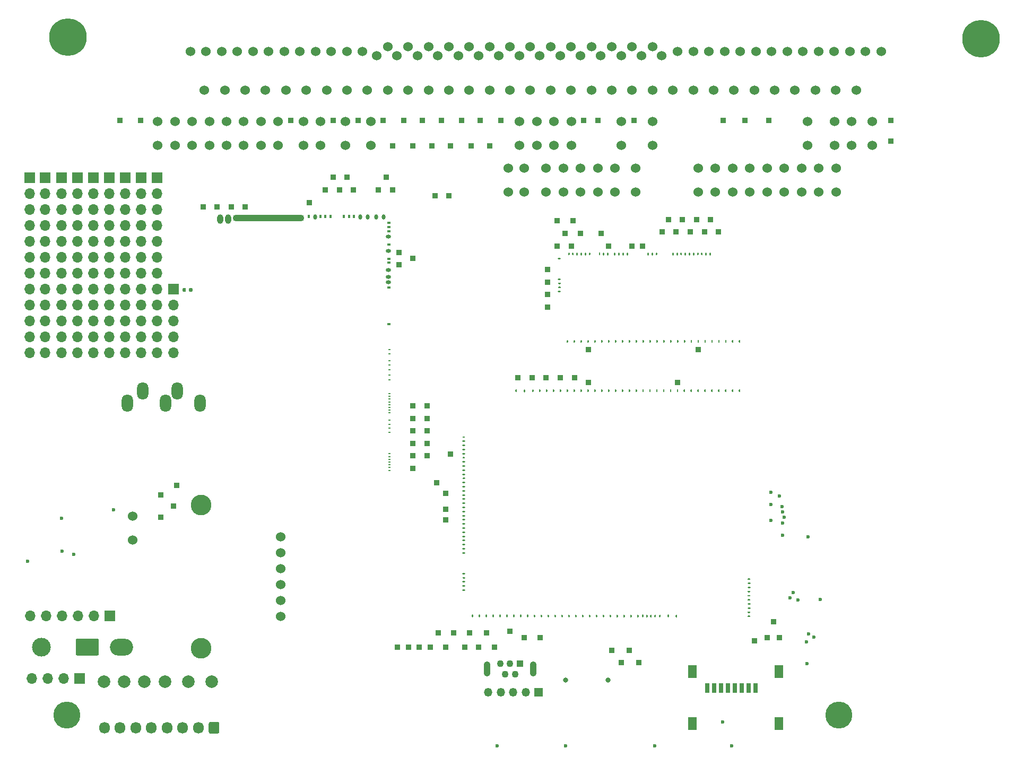
<source format=gbs>
G04 #@! TF.GenerationSoftware,KiCad,Pcbnew,(5.99.0-11247-g3f6811f413)*
G04 #@! TF.CreationDate,2021-08-16T02:01:18+03:00*
G04 #@! TF.ProjectId,hellen88bmw,68656c6c-656e-4383-9862-6d772e6b6963,rev?*
G04 #@! TF.SameCoordinates,PX3d1b110PY9269338*
G04 #@! TF.FileFunction,Soldermask,Bot*
G04 #@! TF.FilePolarity,Negative*
%FSLAX46Y46*%
G04 Gerber Fmt 4.6, Leading zero omitted, Abs format (unit mm)*
G04 Created by KiCad (PCBNEW (5.99.0-11247-g3f6811f413)) date 2021-08-16 02:01:18*
%MOMM*%
%LPD*%
G01*
G04 APERTURE LIST*
%ADD10C,6.000000*%
%ADD11C,1.524000*%
%ADD12R,1.700000X1.700000*%
%ADD13O,1.700000X1.700000*%
%ADD14C,4.300000*%
%ADD15R,0.850000X0.850000*%
%ADD16C,0.800000*%
%ADD17C,2.000000*%
%ADD18R,1.350000X1.350000*%
%ADD19O,1.350000X1.350000*%
%ADD20R,1.100000X1.100000*%
%ADD21C,1.100000*%
%ADD22O,1.100000X2.400000*%
%ADD23C,0.599999*%
%ADD24C,3.000000*%
%ADD25O,3.700000X2.700000*%
%ADD26O,1.700000X1.850000*%
%ADD27O,1.800000X2.800000*%
%ADD28C,3.302000*%
%ADD29O,1.000001X1.500000*%
%ADD30O,11.400000X1.100000*%
%ADD31O,0.399999X0.599999*%
%ADD32O,0.599999X0.800001*%
%ADD33O,0.599999X0.399999*%
%ADD34O,0.800001X0.599999*%
%ADD35O,0.399999X0.200000*%
%ADD36R,0.800000X1.500000*%
%ADD37R,1.450000X2.000000*%
G04 APERTURE END LIST*
D10*
G04 #@! TO.C,PP1*
X7632400Y113856400D03*
X153342400Y113606400D03*
D11*
X27142400Y111606400D03*
X32142400Y111606400D03*
X37142400Y111606400D03*
X42142400Y111606400D03*
X47142400Y111606400D03*
X52142400Y111606400D03*
X56892400Y110856400D03*
X60142400Y110856400D03*
X63392400Y110856400D03*
X66642400Y110856400D03*
X69892400Y110856400D03*
X73142400Y110856400D03*
X76392400Y110856400D03*
X79642400Y110856400D03*
X82892400Y110856400D03*
X86142400Y110856400D03*
X89392400Y110856400D03*
X92642400Y110856400D03*
X95892400Y110856400D03*
X99142400Y110856400D03*
X102392400Y110856400D03*
X107392400Y111606400D03*
X112392400Y111606400D03*
X117392400Y111606400D03*
X122392400Y111606400D03*
X127392400Y111606400D03*
X132392400Y111606400D03*
X137392400Y111606400D03*
X29642400Y111606400D03*
X34642400Y111606400D03*
X39642400Y111606400D03*
X44642400Y111606400D03*
X49642400Y111606400D03*
X54642400Y111606400D03*
X58642400Y112356400D03*
X61892400Y112356400D03*
X65142400Y112356400D03*
X68392400Y112356400D03*
X71642400Y112356400D03*
X74892400Y112356400D03*
X78142400Y112356400D03*
X81392400Y112356400D03*
X84642400Y112356400D03*
X87892400Y112356400D03*
X91142400Y112356400D03*
X94392400Y112356400D03*
X97642400Y112356400D03*
X100892400Y112356400D03*
X104892400Y111606400D03*
X109892400Y111606400D03*
X114892400Y111606400D03*
X119892400Y111606400D03*
X124892400Y111606400D03*
X129892400Y111606400D03*
X134892400Y111606400D03*
X29392400Y105356400D03*
X32642400Y105356400D03*
X35892400Y105356400D03*
X39142400Y105356400D03*
X42392400Y105356400D03*
X45642400Y105356400D03*
X48892400Y105356400D03*
X52142400Y105356400D03*
X55392400Y105356400D03*
X58642400Y105356400D03*
X61892400Y105356400D03*
X65142400Y105356400D03*
X68392400Y105356400D03*
X71642400Y105356400D03*
X74892400Y105356400D03*
X78142400Y105356400D03*
X81392400Y105356400D03*
X84642400Y105356400D03*
X87892400Y105356400D03*
X91142400Y105356400D03*
X94392400Y105356400D03*
X97642400Y105356400D03*
X100892400Y105356400D03*
X104142400Y105356400D03*
X107392400Y105356400D03*
X110642400Y105356400D03*
X113892400Y105356400D03*
X117142400Y105356400D03*
X120392400Y105356400D03*
X123642400Y105356400D03*
X126892400Y105356400D03*
X130142400Y105356400D03*
X133392400Y105356400D03*
G04 #@! TD*
G04 #@! TO.C,JP1*
X21926000Y100428000D03*
X21926000Y96618000D03*
G04 #@! TD*
G04 #@! TO.C,JP3*
X30176000Y100428000D03*
X30176000Y96618000D03*
G04 #@! TD*
G04 #@! TO.C,JP4*
X35676000Y100428000D03*
X35676000Y96618000D03*
G04 #@! TD*
G04 #@! TO.C,JP5*
X45176000Y100428000D03*
X45176000Y96618000D03*
G04 #@! TD*
G04 #@! TO.C,JP7*
X51926000Y100428000D03*
X51926000Y96618000D03*
G04 #@! TD*
G04 #@! TO.C,JP14*
X79676000Y100428000D03*
X79676000Y96618000D03*
G04 #@! TD*
G04 #@! TO.C,JP16*
X85176000Y100428000D03*
X85176000Y96618000D03*
G04 #@! TD*
G04 #@! TO.C,JP17*
X87926000Y100428000D03*
X87926000Y96618000D03*
G04 #@! TD*
G04 #@! TO.C,JP20*
X94926000Y92928000D03*
X94926000Y89118000D03*
G04 #@! TD*
G04 #@! TO.C,JP21*
X98176000Y92928000D03*
X98176000Y89118000D03*
G04 #@! TD*
G04 #@! TO.C,JP22*
X110926000Y92928000D03*
X110926000Y89118000D03*
G04 #@! TD*
G04 #@! TO.C,JP23*
X116426000Y92928000D03*
X116426000Y89118000D03*
G04 #@! TD*
G04 #@! TO.C,JP24*
X121926000Y92928000D03*
X121926000Y89118000D03*
G04 #@! TD*
G04 #@! TO.C,JP25*
X125676000Y100428000D03*
X125676000Y96618000D03*
G04 #@! TD*
G04 #@! TO.C,JP26*
X129926000Y100428000D03*
X129926000Y96618000D03*
G04 #@! TD*
G04 #@! TO.C,JP27*
X135926000Y100428000D03*
X135926000Y96618000D03*
G04 #@! TD*
G04 #@! TO.C,JP29*
X24676000Y100428000D03*
X24676000Y96618000D03*
G04 #@! TD*
G04 #@! TO.C,JP31*
X32926000Y100428000D03*
X32926000Y96618000D03*
G04 #@! TD*
G04 #@! TO.C,JP32*
X41176000Y100428000D03*
X41176000Y96618000D03*
G04 #@! TD*
G04 #@! TO.C,JP33*
X47926000Y100428000D03*
X47926000Y96618000D03*
G04 #@! TD*
G04 #@! TO.C,JP35*
X55926000Y100428000D03*
X55926000Y96618000D03*
G04 #@! TD*
G04 #@! TO.C,JP41*
X77926000Y92928000D03*
X77926000Y89118000D03*
G04 #@! TD*
G04 #@! TO.C,JP42*
X80426000Y92928000D03*
X80426000Y89118000D03*
G04 #@! TD*
G04 #@! TO.C,JP43*
X82426000Y100428000D03*
X82426000Y96618000D03*
G04 #@! TD*
G04 #@! TO.C,JP44*
X86676000Y92928000D03*
X86676000Y89118000D03*
G04 #@! TD*
G04 #@! TO.C,JP46*
X89426000Y92928000D03*
X89426000Y89118000D03*
G04 #@! TD*
G04 #@! TO.C,JP47*
X92176000Y92928000D03*
X92176000Y89118000D03*
G04 #@! TD*
G04 #@! TO.C,JP50*
X113676000Y92928000D03*
X113676000Y89118000D03*
G04 #@! TD*
G04 #@! TO.C,JP51*
X119176000Y92928000D03*
X119176000Y89118000D03*
G04 #@! TD*
G04 #@! TO.C,JP52*
X124676000Y92928000D03*
X124676000Y89118000D03*
G04 #@! TD*
G04 #@! TO.C,JP54*
X132676000Y100428000D03*
X132676000Y96618000D03*
G04 #@! TD*
G04 #@! TO.C,JP56*
X27426000Y100428000D03*
X27426000Y96618000D03*
G04 #@! TD*
G04 #@! TO.C,JP73*
X83926000Y92928000D03*
X83926000Y89118000D03*
G04 #@! TD*
G04 #@! TO.C,JP77*
X95926000Y100428000D03*
X95926000Y96618000D03*
G04 #@! TD*
G04 #@! TO.C,JP78*
X100926000Y100428000D03*
X100926000Y96618000D03*
G04 #@! TD*
G04 #@! TO.C,JP85*
X130176000Y92928000D03*
X130176000Y89118000D03*
G04 #@! TD*
G04 #@! TO.C,JP86*
X127426000Y92928000D03*
X127426000Y89118000D03*
G04 #@! TD*
G04 #@! TO.C,JP59*
X38426000Y100428000D03*
X38426000Y96618000D03*
G04 #@! TD*
G04 #@! TO.C,JP49*
X108176000Y92928000D03*
X108176000Y89118000D03*
G04 #@! TD*
D12*
G04 #@! TO.C,J4*
X24476000Y73653000D03*
D13*
X24476000Y71113000D03*
X24476000Y68573000D03*
X24476000Y66033000D03*
X24476000Y63493000D03*
G04 #@! TD*
D12*
G04 #@! TO.C,J5*
X1516000Y91433000D03*
D13*
X1516000Y88893000D03*
X1516000Y86353000D03*
X1516000Y83813000D03*
X1516000Y81273000D03*
X1516000Y78733000D03*
X1516000Y76193000D03*
X1516000Y73653000D03*
X1516000Y71113000D03*
X1516000Y68573000D03*
X1516000Y66033000D03*
X1516000Y63493000D03*
G04 #@! TD*
D12*
G04 #@! TO.C,J6*
X3976001Y91433000D03*
D13*
X3976001Y88893000D03*
X3976001Y86353000D03*
X3976001Y83813000D03*
X3976001Y81273000D03*
X3976001Y78733000D03*
X3976001Y76193000D03*
X3976001Y73653000D03*
X3976001Y71113000D03*
X3976001Y68573000D03*
X3976001Y66033000D03*
X3976001Y63493000D03*
G04 #@! TD*
D12*
G04 #@! TO.C,J7*
X6596000Y91433000D03*
D13*
X6596000Y88893000D03*
X6596000Y86353000D03*
X6596000Y83813000D03*
X6596000Y81273000D03*
X6596000Y78733000D03*
X6596000Y76193000D03*
X6596000Y73653000D03*
X6596000Y71113000D03*
X6596000Y68573000D03*
X6596000Y66033000D03*
X6596000Y63493000D03*
G04 #@! TD*
D12*
G04 #@! TO.C,J8*
X9136000Y91433000D03*
D13*
X9136000Y88893000D03*
X9136000Y86353000D03*
X9136000Y83813000D03*
X9136000Y81273000D03*
X9136000Y78733000D03*
X9136000Y76193000D03*
X9136000Y73653000D03*
X9136000Y71113000D03*
X9136000Y68573000D03*
X9136000Y66033000D03*
X9136000Y63493000D03*
G04 #@! TD*
D12*
G04 #@! TO.C,J9*
X11676000Y91433000D03*
D13*
X11676000Y88893000D03*
X11676000Y86353000D03*
X11676000Y83813000D03*
X11676000Y81273000D03*
X11676000Y78733000D03*
X11676000Y76193000D03*
X11676000Y73653000D03*
X11676000Y71113000D03*
X11676000Y68573000D03*
X11676000Y66033000D03*
X11676000Y63493000D03*
G04 #@! TD*
D12*
G04 #@! TO.C,J10*
X14216000Y91433000D03*
D13*
X14216000Y88893000D03*
X14216000Y86353000D03*
X14216000Y83813000D03*
X14216000Y81273000D03*
X14216000Y78733000D03*
X14216000Y76193000D03*
X14216000Y73653000D03*
X14216000Y71113000D03*
X14216000Y68573000D03*
X14216000Y66033000D03*
X14216000Y63493000D03*
G04 #@! TD*
D12*
G04 #@! TO.C,J11*
X16756000Y91433000D03*
D13*
X16756000Y88893000D03*
X16756000Y86353000D03*
X16756000Y83813000D03*
X16756000Y81273000D03*
X16756000Y78733000D03*
X16756000Y76193000D03*
X16756000Y73653000D03*
X16756000Y71113000D03*
X16756000Y68573000D03*
X16756000Y66033000D03*
X16756000Y63493000D03*
G04 #@! TD*
D12*
G04 #@! TO.C,J12*
X19296000Y91433000D03*
D13*
X19296000Y88893000D03*
X19296000Y86353000D03*
X19296000Y83813000D03*
X19296000Y81273000D03*
X19296000Y78733000D03*
X19296000Y76193000D03*
X19296000Y73653000D03*
X19296000Y71113000D03*
X19296000Y68573000D03*
X19296000Y66033000D03*
X19296000Y63493000D03*
G04 #@! TD*
D12*
G04 #@! TO.C,J13*
X21836000Y91433000D03*
D13*
X21836000Y88893000D03*
X21836000Y86353000D03*
X21836000Y83813000D03*
X21836000Y81273000D03*
X21836000Y78733000D03*
X21836000Y76193000D03*
X21836000Y73653000D03*
X21836000Y71113000D03*
X21836000Y68573000D03*
X21836000Y66033000D03*
X21836000Y63493000D03*
G04 #@! TD*
D14*
G04 #@! TO.C,H1*
X130622000Y5663000D03*
G04 #@! TD*
G04 #@! TO.C,H2*
X7432000Y5663000D03*
G04 #@! TD*
D15*
G04 #@! TO.C,VOUT18*
X52176000Y91474215D03*
G04 #@! TD*
G04 #@! TO.C,VOUT27*
X66426000Y42773000D03*
G04 #@! TD*
G04 #@! TO.C,VIN16*
X84176000Y76773000D03*
G04 #@! TD*
G04 #@! TO.C,VOUT20*
X46176000Y87474215D03*
G04 #@! TD*
G04 #@! TO.C,VOUT1*
X60426000Y77523000D03*
G04 #@! TD*
G04 #@! TO.C,MMCU14*
X67926000Y36773000D03*
G04 #@! TD*
G04 #@! TO.C,VIN14*
X99346002Y80520316D03*
G04 #@! TD*
G04 #@! TO.C,MMCU4*
X119176000Y18023000D03*
G04 #@! TD*
G04 #@! TO.C,MMCU31*
X60176000Y16523000D03*
G04 #@! TD*
G04 #@! TO.C,cr8*
X15926000Y100523000D03*
G04 #@! TD*
D16*
G04 #@! TO.C,SW2*
X93807250Y11216750D03*
G04 #@! TD*
D15*
G04 #@! TO.C,MMCU28*
X66676000Y18773000D03*
G04 #@! TD*
G04 #@! TO.C,VOUT10*
X62676000Y51023000D03*
G04 #@! TD*
G04 #@! TO.C,cr1*
X70426000Y100523000D03*
G04 #@! TD*
G04 #@! TO.C,MMCU30*
X63676000Y16523000D03*
G04 #@! TD*
G04 #@! TO.C,MMCU18*
X65426000Y16523000D03*
G04 #@! TD*
G04 #@! TO.C,VIN11*
X85676000Y84523000D03*
G04 #@! TD*
G04 #@! TO.C,VIN4*
X106926000Y82773000D03*
G04 #@! TD*
G04 #@! TO.C,cr11*
X67176000Y100523000D03*
G04 #@! TD*
D17*
G04 #@! TO.C,P3*
X23090213Y11023000D03*
G04 #@! TD*
D15*
G04 #@! TO.C,MMCU9*
X74426000Y18773000D03*
G04 #@! TD*
G04 #@! TO.C,VIN6*
X84176000Y70773000D03*
G04 #@! TD*
G04 #@! TO.C,VOUT5*
X48676000Y89474215D03*
G04 #@! TD*
G04 #@! TO.C,VIN19*
X107926000Y84773000D03*
G04 #@! TD*
G04 #@! TO.C,KNOCK_RAW2*
X74926000Y96523000D03*
G04 #@! TD*
G04 #@! TO.C,MMCU2*
X120176000Y20523000D03*
G04 #@! TD*
G04 #@! TO.C,VIN18*
X93926000Y80523000D03*
G04 #@! TD*
G04 #@! TO.C,MMCU7*
X78176000Y19023000D03*
G04 #@! TD*
D18*
G04 #@! TO.C,J2*
X82676000Y9273000D03*
D19*
X80676000Y9273000D03*
X78676000Y9273000D03*
X76676000Y9273000D03*
X74676000Y9273000D03*
G04 #@! TD*
G04 #@! TO.C,M7*
G36*
G01*
X85900998Y73366793D02*
X86150998Y73366793D01*
G75*
G02*
X86275998Y73241793I0J-125000D01*
G01*
X86275998Y73241793D01*
G75*
G02*
X86150998Y73116793I-125000J0D01*
G01*
X85900998Y73116793D01*
G75*
G02*
X85775998Y73241793I0J125000D01*
G01*
X85775998Y73241793D01*
G75*
G02*
X85900998Y73366793I125000J0D01*
G01*
G37*
G36*
G01*
X85900998Y74026794D02*
X86150998Y74026794D01*
G75*
G02*
X86275998Y73901794I0J-125000D01*
G01*
X86275998Y73901794D01*
G75*
G02*
X86150998Y73776794I-125000J0D01*
G01*
X85900998Y73776794D01*
G75*
G02*
X85775998Y73901794I0J125000D01*
G01*
X85775998Y73901794D01*
G75*
G02*
X85900998Y74026794I125000J0D01*
G01*
G37*
G36*
G01*
X85900998Y74686795D02*
X86150998Y74686795D01*
G75*
G02*
X86275998Y74561795I0J-125000D01*
G01*
X86275998Y74561795D01*
G75*
G02*
X86150998Y74436795I-125000J0D01*
G01*
X85900998Y74436795D01*
G75*
G02*
X85775998Y74561795I0J125000D01*
G01*
X85775998Y74561795D01*
G75*
G02*
X85900998Y74686795I125000J0D01*
G01*
G37*
G36*
G01*
X85900998Y75346796D02*
X86150998Y75346796D01*
G75*
G02*
X86275998Y75221796I0J-125000D01*
G01*
X86275998Y75221796D01*
G75*
G02*
X86150998Y75096796I-125000J0D01*
G01*
X85900998Y75096796D01*
G75*
G02*
X85775998Y75221796I0J125000D01*
G01*
X85775998Y75221796D01*
G75*
G02*
X85900998Y75346796I125000J0D01*
G01*
G37*
G36*
G01*
X85900998Y78646803D02*
X86150998Y78646803D01*
G75*
G02*
X86275998Y78521803I0J-125000D01*
G01*
X86275998Y78521803D01*
G75*
G02*
X86150998Y78396803I-125000J0D01*
G01*
X85900998Y78396803D01*
G75*
G02*
X85775998Y78521803I0J125000D01*
G01*
X85775998Y78521803D01*
G75*
G02*
X85900998Y78646803I125000J0D01*
G01*
G37*
G36*
G01*
X114671000Y65148000D02*
X114671000Y65398000D01*
G75*
G02*
X114796000Y65523000I125000J0D01*
G01*
X114796000Y65523000D01*
G75*
G02*
X114921000Y65398000I0J-125000D01*
G01*
X114921000Y65148000D01*
G75*
G02*
X114796000Y65023000I-125000J0D01*
G01*
X114796000Y65023000D01*
G75*
G02*
X114671000Y65148000I0J125000D01*
G01*
G37*
G36*
G01*
X113820996Y65398000D02*
X113820996Y65148000D01*
G75*
G02*
X113695996Y65023000I-125000J0D01*
G01*
X113695996Y65023000D01*
G75*
G02*
X113570996Y65148000I0J125000D01*
G01*
X113570996Y65398000D01*
G75*
G02*
X113695996Y65523000I125000J0D01*
G01*
X113695996Y65523000D01*
G75*
G02*
X113820996Y65398000I0J-125000D01*
G01*
G37*
G36*
G01*
X112720995Y65398000D02*
X112720995Y65148000D01*
G75*
G02*
X112595995Y65023000I-125000J0D01*
G01*
X112595995Y65023000D01*
G75*
G02*
X112470995Y65148000I0J125000D01*
G01*
X112470995Y65398000D01*
G75*
G02*
X112595995Y65523000I125000J0D01*
G01*
X112595995Y65523000D01*
G75*
G02*
X112720995Y65398000I0J-125000D01*
G01*
G37*
G36*
G01*
X111620998Y65398000D02*
X111620998Y65148000D01*
G75*
G02*
X111495998Y65023000I-125000J0D01*
G01*
X111495998Y65023000D01*
G75*
G02*
X111370998Y65148000I0J125000D01*
G01*
X111370998Y65398000D01*
G75*
G02*
X111495998Y65523000I125000J0D01*
G01*
X111495998Y65523000D01*
G75*
G02*
X111620998Y65398000I0J-125000D01*
G01*
G37*
G36*
G01*
X110521000Y65398000D02*
X110521000Y65148000D01*
G75*
G02*
X110396000Y65023000I-125000J0D01*
G01*
X110396000Y65023000D01*
G75*
G02*
X110271000Y65148000I0J125000D01*
G01*
X110271000Y65398000D01*
G75*
G02*
X110396000Y65523000I125000J0D01*
G01*
X110396000Y65523000D01*
G75*
G02*
X110521000Y65398000I0J-125000D01*
G01*
G37*
G36*
G01*
X109421002Y65398000D02*
X109421002Y65148000D01*
G75*
G02*
X109296002Y65023000I-125000J0D01*
G01*
X109296002Y65023000D01*
G75*
G02*
X109171002Y65148000I0J125000D01*
G01*
X109171002Y65398000D01*
G75*
G02*
X109296002Y65523000I125000J0D01*
G01*
X109296002Y65523000D01*
G75*
G02*
X109421002Y65398000I0J-125000D01*
G01*
G37*
G36*
G01*
X108321004Y65398000D02*
X108321004Y65148000D01*
G75*
G02*
X108196004Y65023000I-125000J0D01*
G01*
X108196004Y65023000D01*
G75*
G02*
X108071004Y65148000I0J125000D01*
G01*
X108071004Y65398000D01*
G75*
G02*
X108196004Y65523000I125000J0D01*
G01*
X108196004Y65523000D01*
G75*
G02*
X108321004Y65398000I0J-125000D01*
G01*
G37*
G36*
G01*
X107221006Y65398000D02*
X107221006Y65148000D01*
G75*
G02*
X107096006Y65023000I-125000J0D01*
G01*
X107096006Y65023000D01*
G75*
G02*
X106971006Y65148000I0J125000D01*
G01*
X106971006Y65398000D01*
G75*
G02*
X107096006Y65523000I125000J0D01*
G01*
X107096006Y65523000D01*
G75*
G02*
X107221006Y65398000I0J-125000D01*
G01*
G37*
G36*
G01*
X106121009Y65398000D02*
X106121009Y65148000D01*
G75*
G02*
X105996009Y65023000I-125000J0D01*
G01*
X105996009Y65023000D01*
G75*
G02*
X105871009Y65148000I0J125000D01*
G01*
X105871009Y65398000D01*
G75*
G02*
X105996009Y65523000I125000J0D01*
G01*
X105996009Y65523000D01*
G75*
G02*
X106121009Y65398000I0J-125000D01*
G01*
G37*
G36*
G01*
X105021011Y65398000D02*
X105021011Y65148000D01*
G75*
G02*
X104896011Y65023000I-125000J0D01*
G01*
X104896011Y65023000D01*
G75*
G02*
X104771011Y65148000I0J125000D01*
G01*
X104771011Y65398000D01*
G75*
G02*
X104896011Y65523000I125000J0D01*
G01*
X104896011Y65523000D01*
G75*
G02*
X105021011Y65398000I0J-125000D01*
G01*
G37*
G36*
G01*
X103921013Y65398000D02*
X103921013Y65148000D01*
G75*
G02*
X103796013Y65023000I-125000J0D01*
G01*
X103796013Y65023000D01*
G75*
G02*
X103671013Y65148000I0J125000D01*
G01*
X103671013Y65398000D01*
G75*
G02*
X103796013Y65523000I125000J0D01*
G01*
X103796013Y65523000D01*
G75*
G02*
X103921013Y65398000I0J-125000D01*
G01*
G37*
G36*
G01*
X102821015Y65398000D02*
X102821015Y65148000D01*
G75*
G02*
X102696015Y65023000I-125000J0D01*
G01*
X102696015Y65023000D01*
G75*
G02*
X102571015Y65148000I0J125000D01*
G01*
X102571015Y65398000D01*
G75*
G02*
X102696015Y65523000I125000J0D01*
G01*
X102696015Y65523000D01*
G75*
G02*
X102821015Y65398000I0J-125000D01*
G01*
G37*
G36*
G01*
X101721017Y65398000D02*
X101721017Y65148000D01*
G75*
G02*
X101596017Y65023000I-125000J0D01*
G01*
X101596017Y65023000D01*
G75*
G02*
X101471017Y65148000I0J125000D01*
G01*
X101471017Y65398000D01*
G75*
G02*
X101596017Y65523000I125000J0D01*
G01*
X101596017Y65523000D01*
G75*
G02*
X101721017Y65398000I0J-125000D01*
G01*
G37*
G36*
G01*
X100621020Y65398000D02*
X100621020Y65148000D01*
G75*
G02*
X100496020Y65023000I-125000J0D01*
G01*
X100496020Y65023000D01*
G75*
G02*
X100371020Y65148000I0J125000D01*
G01*
X100371020Y65398000D01*
G75*
G02*
X100496020Y65523000I125000J0D01*
G01*
X100496020Y65523000D01*
G75*
G02*
X100621020Y65398000I0J-125000D01*
G01*
G37*
G36*
G01*
X99521022Y65398000D02*
X99521022Y65148000D01*
G75*
G02*
X99396022Y65023000I-125000J0D01*
G01*
X99396022Y65023000D01*
G75*
G02*
X99271022Y65148000I0J125000D01*
G01*
X99271022Y65398000D01*
G75*
G02*
X99396022Y65523000I125000J0D01*
G01*
X99396022Y65523000D01*
G75*
G02*
X99521022Y65398000I0J-125000D01*
G01*
G37*
G36*
G01*
X98421024Y65398000D02*
X98421024Y65148000D01*
G75*
G02*
X98296024Y65023000I-125000J0D01*
G01*
X98296024Y65023000D01*
G75*
G02*
X98171024Y65148000I0J125000D01*
G01*
X98171024Y65398000D01*
G75*
G02*
X98296024Y65523000I125000J0D01*
G01*
X98296024Y65523000D01*
G75*
G02*
X98421024Y65398000I0J-125000D01*
G01*
G37*
G36*
G01*
X97321026Y65398000D02*
X97321026Y65148000D01*
G75*
G02*
X97196026Y65023000I-125000J0D01*
G01*
X97196026Y65023000D01*
G75*
G02*
X97071026Y65148000I0J125000D01*
G01*
X97071026Y65398000D01*
G75*
G02*
X97196026Y65523000I125000J0D01*
G01*
X97196026Y65523000D01*
G75*
G02*
X97321026Y65398000I0J-125000D01*
G01*
G37*
G36*
G01*
X96221028Y65398000D02*
X96221028Y65148000D01*
G75*
G02*
X96096028Y65023000I-125000J0D01*
G01*
X96096028Y65023000D01*
G75*
G02*
X95971028Y65148000I0J125000D01*
G01*
X95971028Y65398000D01*
G75*
G02*
X96096028Y65523000I125000J0D01*
G01*
X96096028Y65523000D01*
G75*
G02*
X96221028Y65398000I0J-125000D01*
G01*
G37*
G36*
G01*
X95121031Y65398000D02*
X95121031Y65148000D01*
G75*
G02*
X94996031Y65023000I-125000J0D01*
G01*
X94996031Y65023000D01*
G75*
G02*
X94871031Y65148000I0J125000D01*
G01*
X94871031Y65398000D01*
G75*
G02*
X94996031Y65523000I125000J0D01*
G01*
X94996031Y65523000D01*
G75*
G02*
X95121031Y65398000I0J-125000D01*
G01*
G37*
G36*
G01*
X94021033Y65398000D02*
X94021033Y65148000D01*
G75*
G02*
X93896033Y65023000I-125000J0D01*
G01*
X93896033Y65023000D01*
G75*
G02*
X93771033Y65148000I0J125000D01*
G01*
X93771033Y65398000D01*
G75*
G02*
X93896033Y65523000I125000J0D01*
G01*
X93896033Y65523000D01*
G75*
G02*
X94021033Y65398000I0J-125000D01*
G01*
G37*
G36*
G01*
X92921035Y65398000D02*
X92921035Y65148000D01*
G75*
G02*
X92796035Y65023000I-125000J0D01*
G01*
X92796035Y65023000D01*
G75*
G02*
X92671035Y65148000I0J125000D01*
G01*
X92671035Y65398000D01*
G75*
G02*
X92796035Y65523000I125000J0D01*
G01*
X92796035Y65523000D01*
G75*
G02*
X92921035Y65398000I0J-125000D01*
G01*
G37*
G36*
G01*
X91821037Y65398000D02*
X91821037Y65148000D01*
G75*
G02*
X91696037Y65023000I-125000J0D01*
G01*
X91696037Y65023000D01*
G75*
G02*
X91571037Y65148000I0J125000D01*
G01*
X91571037Y65398000D01*
G75*
G02*
X91696037Y65523000I125000J0D01*
G01*
X91696037Y65523000D01*
G75*
G02*
X91821037Y65398000I0J-125000D01*
G01*
G37*
G36*
G01*
X90721039Y65398000D02*
X90721039Y65148000D01*
G75*
G02*
X90596039Y65023000I-125000J0D01*
G01*
X90596039Y65023000D01*
G75*
G02*
X90471039Y65148000I0J125000D01*
G01*
X90471039Y65398000D01*
G75*
G02*
X90596039Y65523000I125000J0D01*
G01*
X90596039Y65523000D01*
G75*
G02*
X90721039Y65398000I0J-125000D01*
G01*
G37*
G36*
G01*
X89621042Y65398000D02*
X89621042Y65148000D01*
G75*
G02*
X89496042Y65023000I-125000J0D01*
G01*
X89496042Y65023000D01*
G75*
G02*
X89371042Y65148000I0J125000D01*
G01*
X89371042Y65398000D01*
G75*
G02*
X89496042Y65523000I125000J0D01*
G01*
X89496042Y65523000D01*
G75*
G02*
X89621042Y65398000I0J-125000D01*
G01*
G37*
G36*
G01*
X88521044Y65398000D02*
X88521044Y65148000D01*
G75*
G02*
X88396044Y65023000I-125000J0D01*
G01*
X88396044Y65023000D01*
G75*
G02*
X88271044Y65148000I0J125000D01*
G01*
X88271044Y65398000D01*
G75*
G02*
X88396044Y65523000I125000J0D01*
G01*
X88396044Y65523000D01*
G75*
G02*
X88521044Y65398000I0J-125000D01*
G01*
G37*
G36*
G01*
X87421046Y65398000D02*
X87421046Y65148000D01*
G75*
G02*
X87296046Y65023000I-125000J0D01*
G01*
X87296046Y65023000D01*
G75*
G02*
X87171046Y65148000I0J125000D01*
G01*
X87171046Y65398000D01*
G75*
G02*
X87296046Y65523000I125000J0D01*
G01*
X87296046Y65523000D01*
G75*
G02*
X87421046Y65398000I0J-125000D01*
G01*
G37*
G36*
G01*
X87671990Y79359999D02*
X87671990Y79109999D01*
G75*
G02*
X87546990Y78984999I-125000J0D01*
G01*
X87546990Y78984999D01*
G75*
G02*
X87421990Y79109999I0J125000D01*
G01*
X87421990Y79359999D01*
G75*
G02*
X87546990Y79484999I125000J0D01*
G01*
X87546990Y79484999D01*
G75*
G02*
X87671990Y79359999I0J-125000D01*
G01*
G37*
G36*
G01*
X88331992Y79359999D02*
X88331992Y79109999D01*
G75*
G02*
X88206992Y78984999I-125000J0D01*
G01*
X88206992Y78984999D01*
G75*
G02*
X88081992Y79109999I0J125000D01*
G01*
X88081992Y79359999D01*
G75*
G02*
X88206992Y79484999I125000J0D01*
G01*
X88206992Y79484999D01*
G75*
G02*
X88331992Y79359999I0J-125000D01*
G01*
G37*
G36*
G01*
X88991993Y79359999D02*
X88991993Y79109999D01*
G75*
G02*
X88866993Y78984999I-125000J0D01*
G01*
X88866993Y78984999D01*
G75*
G02*
X88741993Y79109999I0J125000D01*
G01*
X88741993Y79359999D01*
G75*
G02*
X88866993Y79484999I125000J0D01*
G01*
X88866993Y79484999D01*
G75*
G02*
X88991993Y79359999I0J-125000D01*
G01*
G37*
G36*
G01*
X89651994Y79359999D02*
X89651994Y79109999D01*
G75*
G02*
X89526994Y78984999I-125000J0D01*
G01*
X89526994Y78984999D01*
G75*
G02*
X89401994Y79109999I0J125000D01*
G01*
X89401994Y79359999D01*
G75*
G02*
X89526994Y79484999I125000J0D01*
G01*
X89526994Y79484999D01*
G75*
G02*
X89651994Y79359999I0J-125000D01*
G01*
G37*
G36*
G01*
X90311995Y79359999D02*
X90311995Y79109999D01*
G75*
G02*
X90186995Y78984999I-125000J0D01*
G01*
X90186995Y78984999D01*
G75*
G02*
X90061995Y79109999I0J125000D01*
G01*
X90061995Y79359999D01*
G75*
G02*
X90186995Y79484999I125000J0D01*
G01*
X90186995Y79484999D01*
G75*
G02*
X90311995Y79359999I0J-125000D01*
G01*
G37*
G36*
G01*
X90971997Y79359999D02*
X90971997Y79109999D01*
G75*
G02*
X90846997Y78984999I-125000J0D01*
G01*
X90846997Y78984999D01*
G75*
G02*
X90721997Y79109999I0J125000D01*
G01*
X90721997Y79359999D01*
G75*
G02*
X90846997Y79484999I125000J0D01*
G01*
X90846997Y79484999D01*
G75*
G02*
X90971997Y79359999I0J-125000D01*
G01*
G37*
G36*
G01*
X92572994Y79359999D02*
X92572994Y79109999D01*
G75*
G02*
X92447994Y78984999I-125000J0D01*
G01*
X92447994Y78984999D01*
G75*
G02*
X92322994Y79109999I0J125000D01*
G01*
X92322994Y79359999D01*
G75*
G02*
X92447994Y79484999I125000J0D01*
G01*
X92447994Y79484999D01*
G75*
G02*
X92572994Y79359999I0J-125000D01*
G01*
G37*
G36*
G01*
X93232995Y79359999D02*
X93232995Y79109999D01*
G75*
G02*
X93107995Y78984999I-125000J0D01*
G01*
X93107995Y78984999D01*
G75*
G02*
X92982995Y79109999I0J125000D01*
G01*
X92982995Y79359999D01*
G75*
G02*
X93107995Y79484999I125000J0D01*
G01*
X93107995Y79484999D01*
G75*
G02*
X93232995Y79359999I0J-125000D01*
G01*
G37*
G36*
G01*
X93892997Y79359999D02*
X93892997Y79109999D01*
G75*
G02*
X93767997Y78984999I-125000J0D01*
G01*
X93767997Y78984999D01*
G75*
G02*
X93642997Y79109999I0J125000D01*
G01*
X93642997Y79359999D01*
G75*
G02*
X93767997Y79484999I125000J0D01*
G01*
X93767997Y79484999D01*
G75*
G02*
X93892997Y79359999I0J-125000D01*
G01*
G37*
G36*
G01*
X95013896Y79359999D02*
X95013896Y79109999D01*
G75*
G02*
X94888896Y78984999I-125000J0D01*
G01*
X94888896Y78984999D01*
G75*
G02*
X94763896Y79109999I0J125000D01*
G01*
X94763896Y79359999D01*
G75*
G02*
X94888896Y79484999I125000J0D01*
G01*
X94888896Y79484999D01*
G75*
G02*
X95013896Y79359999I0J-125000D01*
G01*
G37*
G36*
G01*
X95673897Y79359999D02*
X95673897Y79109999D01*
G75*
G02*
X95548897Y78984999I-125000J0D01*
G01*
X95548897Y78984999D01*
G75*
G02*
X95423897Y79109999I0J125000D01*
G01*
X95423897Y79359999D01*
G75*
G02*
X95548897Y79484999I125000J0D01*
G01*
X95548897Y79484999D01*
G75*
G02*
X95673897Y79359999I0J-125000D01*
G01*
G37*
G36*
G01*
X96333898Y79359999D02*
X96333898Y79109999D01*
G75*
G02*
X96208898Y78984999I-125000J0D01*
G01*
X96208898Y78984999D01*
G75*
G02*
X96083898Y79109999I0J125000D01*
G01*
X96083898Y79359999D01*
G75*
G02*
X96208898Y79484999I125000J0D01*
G01*
X96208898Y79484999D01*
G75*
G02*
X96333898Y79359999I0J-125000D01*
G01*
G37*
G36*
G01*
X96993900Y79359999D02*
X96993900Y79109999D01*
G75*
G02*
X96868900Y78984999I-125000J0D01*
G01*
X96868900Y78984999D01*
G75*
G02*
X96743900Y79109999I0J125000D01*
G01*
X96743900Y79359999D01*
G75*
G02*
X96868900Y79484999I125000J0D01*
G01*
X96868900Y79484999D01*
G75*
G02*
X96993900Y79359999I0J-125000D01*
G01*
G37*
G36*
G01*
X100319994Y79359999D02*
X100319994Y79109999D01*
G75*
G02*
X100194994Y78984999I-125000J0D01*
G01*
X100194994Y78984999D01*
G75*
G02*
X100069994Y79109999I0J125000D01*
G01*
X100069994Y79359999D01*
G75*
G02*
X100194994Y79484999I125000J0D01*
G01*
X100194994Y79484999D01*
G75*
G02*
X100319994Y79359999I0J-125000D01*
G01*
G37*
G36*
G01*
X100979995Y79359999D02*
X100979995Y79109999D01*
G75*
G02*
X100854995Y78984999I-125000J0D01*
G01*
X100854995Y78984999D01*
G75*
G02*
X100729995Y79109999I0J125000D01*
G01*
X100729995Y79359999D01*
G75*
G02*
X100854995Y79484999I125000J0D01*
G01*
X100854995Y79484999D01*
G75*
G02*
X100979995Y79359999I0J-125000D01*
G01*
G37*
G36*
G01*
X101639997Y79359999D02*
X101639997Y79109999D01*
G75*
G02*
X101514997Y78984999I-125000J0D01*
G01*
X101514997Y78984999D01*
G75*
G02*
X101389997Y79109999I0J125000D01*
G01*
X101389997Y79359999D01*
G75*
G02*
X101514997Y79484999I125000J0D01*
G01*
X101514997Y79484999D01*
G75*
G02*
X101639997Y79359999I0J-125000D01*
G01*
G37*
G36*
G01*
X104285988Y79359999D02*
X104285988Y79109999D01*
G75*
G02*
X104160988Y78984999I-125000J0D01*
G01*
X104160988Y78984999D01*
G75*
G02*
X104035988Y79109999I0J125000D01*
G01*
X104035988Y79359999D01*
G75*
G02*
X104160988Y79484999I125000J0D01*
G01*
X104160988Y79484999D01*
G75*
G02*
X104285988Y79359999I0J-125000D01*
G01*
G37*
G36*
G01*
X104945989Y79359999D02*
X104945989Y79109999D01*
G75*
G02*
X104820989Y78984999I-125000J0D01*
G01*
X104820989Y78984999D01*
G75*
G02*
X104695989Y79109999I0J125000D01*
G01*
X104695989Y79359999D01*
G75*
G02*
X104820989Y79484999I125000J0D01*
G01*
X104820989Y79484999D01*
G75*
G02*
X104945989Y79359999I0J-125000D01*
G01*
G37*
G36*
G01*
X105605991Y79359999D02*
X105605991Y79109999D01*
G75*
G02*
X105480991Y78984999I-125000J0D01*
G01*
X105480991Y78984999D01*
G75*
G02*
X105355991Y79109999I0J125000D01*
G01*
X105355991Y79359999D01*
G75*
G02*
X105480991Y79484999I125000J0D01*
G01*
X105480991Y79484999D01*
G75*
G02*
X105605991Y79359999I0J-125000D01*
G01*
G37*
G36*
G01*
X106265992Y79359999D02*
X106265992Y79109999D01*
G75*
G02*
X106140992Y78984999I-125000J0D01*
G01*
X106140992Y78984999D01*
G75*
G02*
X106015992Y79109999I0J125000D01*
G01*
X106015992Y79359999D01*
G75*
G02*
X106140992Y79484999I125000J0D01*
G01*
X106140992Y79484999D01*
G75*
G02*
X106265992Y79359999I0J-125000D01*
G01*
G37*
G36*
G01*
X106925993Y79359999D02*
X106925993Y79109999D01*
G75*
G02*
X106800993Y78984999I-125000J0D01*
G01*
X106800993Y78984999D01*
G75*
G02*
X106675993Y79109999I0J125000D01*
G01*
X106675993Y79359999D01*
G75*
G02*
X106800993Y79484999I125000J0D01*
G01*
X106800993Y79484999D01*
G75*
G02*
X106925993Y79359999I0J-125000D01*
G01*
G37*
G36*
G01*
X107585994Y79359999D02*
X107585994Y79109999D01*
G75*
G02*
X107460994Y78984999I-125000J0D01*
G01*
X107460994Y78984999D01*
G75*
G02*
X107335994Y79109999I0J125000D01*
G01*
X107335994Y79359999D01*
G75*
G02*
X107460994Y79484999I125000J0D01*
G01*
X107460994Y79484999D01*
G75*
G02*
X107585994Y79359999I0J-125000D01*
G01*
G37*
G36*
G01*
X108245996Y79359999D02*
X108245996Y79109999D01*
G75*
G02*
X108120996Y78984999I-125000J0D01*
G01*
X108120996Y78984999D01*
G75*
G02*
X107995996Y79109999I0J125000D01*
G01*
X107995996Y79359999D01*
G75*
G02*
X108120996Y79484999I125000J0D01*
G01*
X108120996Y79484999D01*
G75*
G02*
X108245996Y79359999I0J-125000D01*
G01*
G37*
G36*
G01*
X108905997Y79359999D02*
X108905997Y79109999D01*
G75*
G02*
X108780997Y78984999I-125000J0D01*
G01*
X108780997Y78984999D01*
G75*
G02*
X108655997Y79109999I0J125000D01*
G01*
X108655997Y79359999D01*
G75*
G02*
X108780997Y79484999I125000J0D01*
G01*
X108780997Y79484999D01*
G75*
G02*
X108905997Y79359999I0J-125000D01*
G01*
G37*
G36*
G01*
X109565998Y79359999D02*
X109565998Y79109999D01*
G75*
G02*
X109440998Y78984999I-125000J0D01*
G01*
X109440998Y78984999D01*
G75*
G02*
X109315998Y79109999I0J125000D01*
G01*
X109315998Y79359999D01*
G75*
G02*
X109440998Y79484999I125000J0D01*
G01*
X109440998Y79484999D01*
G75*
G02*
X109565998Y79359999I0J-125000D01*
G01*
G37*
G36*
G01*
X110226000Y79359999D02*
X110226000Y79109999D01*
G75*
G02*
X110101000Y78984999I-125000J0D01*
G01*
X110101000Y78984999D01*
G75*
G02*
X109976000Y79109999I0J125000D01*
G01*
X109976000Y79359999D01*
G75*
G02*
X110101000Y79484999I125000J0D01*
G01*
X110101000Y79484999D01*
G75*
G02*
X110226000Y79359999I0J-125000D01*
G01*
G37*
G04 #@! TD*
D15*
G04 #@! TO.C,MMCU10*
X73176000Y16523000D03*
G04 #@! TD*
G04 #@! TO.C,VIN15*
X97596002Y80520316D03*
G04 #@! TD*
G04 #@! TO.C,MMCU29*
X64926000Y51023000D03*
G04 #@! TD*
G04 #@! TO.C,VIN21*
X109176000Y82773000D03*
G04 #@! TD*
G04 #@! TO.C,MMCU15*
X61926000Y16523000D03*
G04 #@! TD*
G04 #@! TO.C,VIN7*
X90676000Y64023000D03*
G04 #@! TD*
G04 #@! TO.C,VOUT19*
X57176000Y89474215D03*
G04 #@! TD*
G04 #@! TO.C,MMCU17*
X104926000Y58773000D03*
G04 #@! TD*
G04 #@! TO.C,cr15*
X57926000Y100523000D03*
G04 #@! TD*
G04 #@! TO.C,MMCU8*
X75676000Y16523000D03*
G04 #@! TD*
G04 #@! TO.C,cr20*
X115676000Y100523000D03*
G04 #@! TD*
G04 #@! TO.C,VIN10*
X89426000Y82523000D03*
G04 #@! TD*
G04 #@! TO.C,MMCU5*
X82926000Y18023000D03*
G04 #@! TD*
G04 #@! TO.C,VIN17*
X84176000Y74773000D03*
G04 #@! TD*
G04 #@! TO.C,VIN25*
X105676000Y84773000D03*
G04 #@! TD*
G04 #@! TO.C,VOUT21*
X58426000Y91474215D03*
G04 #@! TD*
G04 #@! TO.C,VIN12*
X85676000Y80523000D03*
G04 #@! TD*
G04 #@! TO.C,MMCU39*
X64926000Y49023000D03*
G04 #@! TD*
G04 #@! TO.C,VOUT15*
X35926000Y86773000D03*
G04 #@! TD*
G04 #@! TO.C,VOUT3*
X59426000Y89474215D03*
G04 #@! TD*
G04 #@! TO.C,VOUT25*
X62676000Y53023000D03*
G04 #@! TD*
D20*
G04 #@! TO.C,J1*
X79776000Y13898000D03*
D21*
X78976000Y12148000D03*
X78176000Y13898000D03*
X77376000Y12148000D03*
X76576000Y13898000D03*
D22*
X81826000Y13023000D03*
X74526000Y13023000D03*
G04 #@! TD*
D15*
G04 #@! TO.C,VIN3*
X102426000Y82773000D03*
G04 #@! TD*
G04 #@! TO.C,cr13*
X49926000Y100523000D03*
G04 #@! TD*
G04 #@! TO.C,MMCU38*
X64926000Y53023000D03*
G04 #@! TD*
G04 #@! TO.C,cr2*
X73426000Y100523000D03*
G04 #@! TD*
G04 #@! TO.C,cr3*
X76676000Y100523000D03*
G04 #@! TD*
D23*
G04 #@! TO.C,M4*
X125800998Y18648001D03*
X126676000Y18123001D03*
X125500996Y17373003D03*
X125575999Y13823002D03*
G04 #@! TD*
D17*
G04 #@! TO.C,P5*
X16590213Y11023000D03*
G04 #@! TD*
D15*
G04 #@! TO.C,VIN8*
X86926000Y82523000D03*
G04 #@! TD*
D17*
G04 #@! TO.C,P2*
X26840213Y11023000D03*
G04 #@! TD*
G04 #@! TO.C,M11*
G36*
G01*
X70649002Y25723002D02*
X70899002Y25723002D01*
G75*
G02*
X71024002Y25598002I0J-125000D01*
G01*
X71024002Y25598002D01*
G75*
G02*
X70899002Y25473002I-125000J0D01*
G01*
X70649002Y25473002D01*
G75*
G02*
X70524002Y25598002I0J125000D01*
G01*
X70524002Y25598002D01*
G75*
G02*
X70649002Y25723002I125000J0D01*
G01*
G37*
G36*
G01*
X70899002Y26133000D02*
X70649002Y26133000D01*
G75*
G02*
X70524002Y26258000I0J125000D01*
G01*
X70524002Y26258000D01*
G75*
G02*
X70649002Y26383000I125000J0D01*
G01*
X70899002Y26383000D01*
G75*
G02*
X71024002Y26258000I0J-125000D01*
G01*
X71024002Y26258000D01*
G75*
G02*
X70899002Y26133000I-125000J0D01*
G01*
G37*
G36*
G01*
X70899002Y26793005D02*
X70649002Y26793005D01*
G75*
G02*
X70524002Y26918005I0J125000D01*
G01*
X70524002Y26918005D01*
G75*
G02*
X70649002Y27043005I125000J0D01*
G01*
X70899002Y27043005D01*
G75*
G02*
X71024002Y26918005I0J-125000D01*
G01*
X71024002Y26918005D01*
G75*
G02*
X70899002Y26793005I-125000J0D01*
G01*
G37*
G36*
G01*
X70899002Y27453000D02*
X70649002Y27453000D01*
G75*
G02*
X70524002Y27578000I0J125000D01*
G01*
X70524002Y27578000D01*
G75*
G02*
X70649002Y27703000I125000J0D01*
G01*
X70899002Y27703000D01*
G75*
G02*
X71024002Y27578000I0J-125000D01*
G01*
X71024002Y27578000D01*
G75*
G02*
X70899002Y27453000I-125000J0D01*
G01*
G37*
G36*
G01*
X70899002Y28113002D02*
X70649002Y28113002D01*
G75*
G02*
X70524002Y28238002I0J125000D01*
G01*
X70524002Y28238002D01*
G75*
G02*
X70649002Y28363002I125000J0D01*
G01*
X70899002Y28363002D01*
G75*
G02*
X71024002Y28238002I0J-125000D01*
G01*
X71024002Y28238002D01*
G75*
G02*
X70899002Y28113002I-125000J0D01*
G01*
G37*
G36*
G01*
X70899002Y31413003D02*
X70649002Y31413003D01*
G75*
G02*
X70524002Y31538003I0J125000D01*
G01*
X70524002Y31538003D01*
G75*
G02*
X70649002Y31663003I125000J0D01*
G01*
X70899002Y31663003D01*
G75*
G02*
X71024002Y31538003I0J-125000D01*
G01*
X71024002Y31538003D01*
G75*
G02*
X70899002Y31413003I-125000J0D01*
G01*
G37*
G36*
G01*
X70899002Y32073004D02*
X70649002Y32073004D01*
G75*
G02*
X70524002Y32198004I0J125000D01*
G01*
X70524002Y32198004D01*
G75*
G02*
X70649002Y32323004I125000J0D01*
G01*
X70899002Y32323004D01*
G75*
G02*
X71024002Y32198004I0J-125000D01*
G01*
X71024002Y32198004D01*
G75*
G02*
X70899002Y32073004I-125000J0D01*
G01*
G37*
G36*
G01*
X70899002Y32733006D02*
X70649002Y32733006D01*
G75*
G02*
X70524002Y32858006I0J125000D01*
G01*
X70524002Y32858006D01*
G75*
G02*
X70649002Y32983006I125000J0D01*
G01*
X70899002Y32983006D01*
G75*
G02*
X71024002Y32858006I0J-125000D01*
G01*
X71024002Y32858006D01*
G75*
G02*
X70899002Y32733006I-125000J0D01*
G01*
G37*
G36*
G01*
X70899002Y33393004D02*
X70649002Y33393004D01*
G75*
G02*
X70524002Y33518004I0J125000D01*
G01*
X70524002Y33518004D01*
G75*
G02*
X70649002Y33643004I125000J0D01*
G01*
X70899002Y33643004D01*
G75*
G02*
X71024002Y33518004I0J-125000D01*
G01*
X71024002Y33518004D01*
G75*
G02*
X70899002Y33393004I-125000J0D01*
G01*
G37*
G36*
G01*
X70899002Y34053006D02*
X70649002Y34053006D01*
G75*
G02*
X70524002Y34178006I0J125000D01*
G01*
X70524002Y34178006D01*
G75*
G02*
X70649002Y34303006I125000J0D01*
G01*
X70899002Y34303006D01*
G75*
G02*
X71024002Y34178006I0J-125000D01*
G01*
X71024002Y34178006D01*
G75*
G02*
X70899002Y34053006I-125000J0D01*
G01*
G37*
G36*
G01*
X70899002Y34713004D02*
X70649002Y34713004D01*
G75*
G02*
X70524002Y34838004I0J125000D01*
G01*
X70524002Y34838004D01*
G75*
G02*
X70649002Y34963004I125000J0D01*
G01*
X70899002Y34963004D01*
G75*
G02*
X71024002Y34838004I0J-125000D01*
G01*
X71024002Y34838004D01*
G75*
G02*
X70899002Y34713004I-125000J0D01*
G01*
G37*
G36*
G01*
X70899002Y35373005D02*
X70649002Y35373005D01*
G75*
G02*
X70524002Y35498005I0J125000D01*
G01*
X70524002Y35498005D01*
G75*
G02*
X70649002Y35623005I125000J0D01*
G01*
X70899002Y35623005D01*
G75*
G02*
X71024002Y35498005I0J-125000D01*
G01*
X71024002Y35498005D01*
G75*
G02*
X70899002Y35373005I-125000J0D01*
G01*
G37*
G36*
G01*
X70899002Y36033004D02*
X70649002Y36033004D01*
G75*
G02*
X70524002Y36158004I0J125000D01*
G01*
X70524002Y36158004D01*
G75*
G02*
X70649002Y36283004I125000J0D01*
G01*
X70899002Y36283004D01*
G75*
G02*
X71024002Y36158004I0J-125000D01*
G01*
X71024002Y36158004D01*
G75*
G02*
X70899002Y36033004I-125000J0D01*
G01*
G37*
G36*
G01*
X70899002Y36693005D02*
X70649002Y36693005D01*
G75*
G02*
X70524002Y36818005I0J125000D01*
G01*
X70524002Y36818005D01*
G75*
G02*
X70649002Y36943005I125000J0D01*
G01*
X70899002Y36943005D01*
G75*
G02*
X71024002Y36818005I0J-125000D01*
G01*
X71024002Y36818005D01*
G75*
G02*
X70899002Y36693005I-125000J0D01*
G01*
G37*
G36*
G01*
X70899002Y37353004D02*
X70649002Y37353004D01*
G75*
G02*
X70524002Y37478004I0J125000D01*
G01*
X70524002Y37478004D01*
G75*
G02*
X70649002Y37603004I125000J0D01*
G01*
X70899002Y37603004D01*
G75*
G02*
X71024002Y37478004I0J-125000D01*
G01*
X71024002Y37478004D01*
G75*
G02*
X70899002Y37353004I-125000J0D01*
G01*
G37*
G36*
G01*
X70899002Y38013005D02*
X70649002Y38013005D01*
G75*
G02*
X70524002Y38138005I0J125000D01*
G01*
X70524002Y38138005D01*
G75*
G02*
X70649002Y38263005I125000J0D01*
G01*
X70899002Y38263005D01*
G75*
G02*
X71024002Y38138005I0J-125000D01*
G01*
X71024002Y38138005D01*
G75*
G02*
X70899002Y38013005I-125000J0D01*
G01*
G37*
G36*
G01*
X70899002Y38673004D02*
X70649002Y38673004D01*
G75*
G02*
X70524002Y38798004I0J125000D01*
G01*
X70524002Y38798004D01*
G75*
G02*
X70649002Y38923004I125000J0D01*
G01*
X70899002Y38923004D01*
G75*
G02*
X71024002Y38798004I0J-125000D01*
G01*
X71024002Y38798004D01*
G75*
G02*
X70899002Y38673004I-125000J0D01*
G01*
G37*
G36*
G01*
X70899002Y39333005D02*
X70649002Y39333005D01*
G75*
G02*
X70524002Y39458005I0J125000D01*
G01*
X70524002Y39458005D01*
G75*
G02*
X70649002Y39583005I125000J0D01*
G01*
X70899002Y39583005D01*
G75*
G02*
X71024002Y39458005I0J-125000D01*
G01*
X71024002Y39458005D01*
G75*
G02*
X70899002Y39333005I-125000J0D01*
G01*
G37*
G36*
G01*
X70899002Y39993004D02*
X70649002Y39993004D01*
G75*
G02*
X70524002Y40118004I0J125000D01*
G01*
X70524002Y40118004D01*
G75*
G02*
X70649002Y40243004I125000J0D01*
G01*
X70899002Y40243004D01*
G75*
G02*
X71024002Y40118004I0J-125000D01*
G01*
X71024002Y40118004D01*
G75*
G02*
X70899002Y39993004I-125000J0D01*
G01*
G37*
G36*
G01*
X70899002Y40653005D02*
X70649002Y40653005D01*
G75*
G02*
X70524002Y40778005I0J125000D01*
G01*
X70524002Y40778005D01*
G75*
G02*
X70649002Y40903005I125000J0D01*
G01*
X70899002Y40903005D01*
G75*
G02*
X71024002Y40778005I0J-125000D01*
G01*
X71024002Y40778005D01*
G75*
G02*
X70899002Y40653005I-125000J0D01*
G01*
G37*
G36*
G01*
X70899002Y41313004D02*
X70649002Y41313004D01*
G75*
G02*
X70524002Y41438004I0J125000D01*
G01*
X70524002Y41438004D01*
G75*
G02*
X70649002Y41563004I125000J0D01*
G01*
X70899002Y41563004D01*
G75*
G02*
X71024002Y41438004I0J-125000D01*
G01*
X71024002Y41438004D01*
G75*
G02*
X70899002Y41313004I-125000J0D01*
G01*
G37*
G36*
G01*
X70899002Y41973005D02*
X70649002Y41973005D01*
G75*
G02*
X70524002Y42098005I0J125000D01*
G01*
X70524002Y42098005D01*
G75*
G02*
X70649002Y42223005I125000J0D01*
G01*
X70899002Y42223005D01*
G75*
G02*
X71024002Y42098005I0J-125000D01*
G01*
X71024002Y42098005D01*
G75*
G02*
X70899002Y41973005I-125000J0D01*
G01*
G37*
G36*
G01*
X70899002Y42633004D02*
X70649002Y42633004D01*
G75*
G02*
X70524002Y42758004I0J125000D01*
G01*
X70524002Y42758004D01*
G75*
G02*
X70649002Y42883004I125000J0D01*
G01*
X70899002Y42883004D01*
G75*
G02*
X71024002Y42758004I0J-125000D01*
G01*
X71024002Y42758004D01*
G75*
G02*
X70899002Y42633004I-125000J0D01*
G01*
G37*
G36*
G01*
X70899002Y43293005D02*
X70649002Y43293005D01*
G75*
G02*
X70524002Y43418005I0J125000D01*
G01*
X70524002Y43418005D01*
G75*
G02*
X70649002Y43543005I125000J0D01*
G01*
X70899002Y43543005D01*
G75*
G02*
X71024002Y43418005I0J-125000D01*
G01*
X71024002Y43418005D01*
G75*
G02*
X70899002Y43293005I-125000J0D01*
G01*
G37*
G36*
G01*
X70899002Y43953004D02*
X70649002Y43953004D01*
G75*
G02*
X70524002Y44078004I0J125000D01*
G01*
X70524002Y44078004D01*
G75*
G02*
X70649002Y44203004I125000J0D01*
G01*
X70899002Y44203004D01*
G75*
G02*
X71024002Y44078004I0J-125000D01*
G01*
X71024002Y44078004D01*
G75*
G02*
X70899002Y43953004I-125000J0D01*
G01*
G37*
G36*
G01*
X70899002Y44613005D02*
X70649002Y44613005D01*
G75*
G02*
X70524002Y44738005I0J125000D01*
G01*
X70524002Y44738005D01*
G75*
G02*
X70649002Y44863005I125000J0D01*
G01*
X70899002Y44863005D01*
G75*
G02*
X71024002Y44738005I0J-125000D01*
G01*
X71024002Y44738005D01*
G75*
G02*
X70899002Y44613005I-125000J0D01*
G01*
G37*
G36*
G01*
X70899002Y45273003D02*
X70649002Y45273003D01*
G75*
G02*
X70524002Y45398003I0J125000D01*
G01*
X70524002Y45398003D01*
G75*
G02*
X70649002Y45523003I125000J0D01*
G01*
X70899002Y45523003D01*
G75*
G02*
X71024002Y45398003I0J-125000D01*
G01*
X71024002Y45398003D01*
G75*
G02*
X70899002Y45273003I-125000J0D01*
G01*
G37*
G36*
G01*
X70899002Y45933005D02*
X70649002Y45933005D01*
G75*
G02*
X70524002Y46058005I0J125000D01*
G01*
X70524002Y46058005D01*
G75*
G02*
X70649002Y46183005I125000J0D01*
G01*
X70899002Y46183005D01*
G75*
G02*
X71024002Y46058005I0J-125000D01*
G01*
X71024002Y46058005D01*
G75*
G02*
X70899002Y45933005I-125000J0D01*
G01*
G37*
G36*
G01*
X70899002Y46593003D02*
X70649002Y46593003D01*
G75*
G02*
X70524002Y46718003I0J125000D01*
G01*
X70524002Y46718003D01*
G75*
G02*
X70649002Y46843003I125000J0D01*
G01*
X70899002Y46843003D01*
G75*
G02*
X71024002Y46718003I0J-125000D01*
G01*
X71024002Y46718003D01*
G75*
G02*
X70899002Y46593003I-125000J0D01*
G01*
G37*
G36*
G01*
X70899002Y47253005D02*
X70649002Y47253005D01*
G75*
G02*
X70524002Y47378005I0J125000D01*
G01*
X70524002Y47378005D01*
G75*
G02*
X70649002Y47503005I125000J0D01*
G01*
X70899002Y47503005D01*
G75*
G02*
X71024002Y47378005I0J-125000D01*
G01*
X71024002Y47378005D01*
G75*
G02*
X70899002Y47253005I-125000J0D01*
G01*
G37*
G36*
G01*
X70899002Y47913003D02*
X70649002Y47913003D01*
G75*
G02*
X70524002Y48038003I0J125000D01*
G01*
X70524002Y48038003D01*
G75*
G02*
X70649002Y48163003I125000J0D01*
G01*
X70899002Y48163003D01*
G75*
G02*
X71024002Y48038003I0J-125000D01*
G01*
X71024002Y48038003D01*
G75*
G02*
X70899002Y47913003I-125000J0D01*
G01*
G37*
G36*
G01*
X70899002Y48573004D02*
X70649002Y48573004D01*
G75*
G02*
X70524002Y48698004I0J125000D01*
G01*
X70524002Y48698004D01*
G75*
G02*
X70649002Y48823004I125000J0D01*
G01*
X70899002Y48823004D01*
G75*
G02*
X71024002Y48698004I0J-125000D01*
G01*
X71024002Y48698004D01*
G75*
G02*
X70899002Y48573004I-125000J0D01*
G01*
G37*
G36*
G01*
X70899002Y49233003D02*
X70649002Y49233003D01*
G75*
G02*
X70524002Y49358003I0J125000D01*
G01*
X70524002Y49358003D01*
G75*
G02*
X70649002Y49483003I125000J0D01*
G01*
X70899002Y49483003D01*
G75*
G02*
X71024002Y49358003I0J-125000D01*
G01*
X71024002Y49358003D01*
G75*
G02*
X70899002Y49233003I-125000J0D01*
G01*
G37*
G36*
G01*
X70899002Y49893004D02*
X70649002Y49893004D01*
G75*
G02*
X70524002Y50018004I0J125000D01*
G01*
X70524002Y50018004D01*
G75*
G02*
X70649002Y50143004I125000J0D01*
G01*
X70899002Y50143004D01*
G75*
G02*
X71024002Y50018004I0J-125000D01*
G01*
X71024002Y50018004D01*
G75*
G02*
X70899002Y49893004I-125000J0D01*
G01*
G37*
G36*
G01*
X104596000Y21346000D02*
X104596000Y21596000D01*
G75*
G02*
X104721000Y21721000I125000J0D01*
G01*
X104721000Y21721000D01*
G75*
G02*
X104846000Y21596000I0J-125000D01*
G01*
X104846000Y21346000D01*
G75*
G02*
X104721000Y21221000I-125000J0D01*
G01*
X104721000Y21221000D01*
G75*
G02*
X104596000Y21346000I0J125000D01*
G01*
G37*
G36*
G01*
X103525998Y21596000D02*
X103525998Y21346000D01*
G75*
G02*
X103400998Y21221000I-125000J0D01*
G01*
X103400998Y21221000D01*
G75*
G02*
X103275998Y21346000I0J125000D01*
G01*
X103275998Y21596000D01*
G75*
G02*
X103400998Y21721000I125000J0D01*
G01*
X103400998Y21721000D01*
G75*
G02*
X103525998Y21596000I0J-125000D01*
G01*
G37*
G36*
G01*
X102205995Y21596000D02*
X102205995Y21346000D01*
G75*
G02*
X102080995Y21221000I-125000J0D01*
G01*
X102080995Y21221000D01*
G75*
G02*
X101955995Y21346000I0J125000D01*
G01*
X101955995Y21596000D01*
G75*
G02*
X102080995Y21721000I125000J0D01*
G01*
X102080995Y21721000D01*
G75*
G02*
X102205995Y21596000I0J-125000D01*
G01*
G37*
G36*
G01*
X101445997Y21596000D02*
X101445997Y21346000D01*
G75*
G02*
X101320997Y21221000I-125000J0D01*
G01*
X101320997Y21221000D01*
G75*
G02*
X101195997Y21346000I0J125000D01*
G01*
X101195997Y21596000D01*
G75*
G02*
X101320997Y21721000I125000J0D01*
G01*
X101320997Y21721000D01*
G75*
G02*
X101445997Y21596000I0J-125000D01*
G01*
G37*
G36*
G01*
X100780994Y21596000D02*
X100780994Y21346000D01*
G75*
G02*
X100655994Y21221000I-125000J0D01*
G01*
X100655994Y21221000D01*
G75*
G02*
X100530994Y21346000I0J125000D01*
G01*
X100530994Y21596000D01*
G75*
G02*
X100655994Y21721000I125000J0D01*
G01*
X100655994Y21721000D01*
G75*
G02*
X100780994Y21596000I0J-125000D01*
G01*
G37*
G36*
G01*
X100115992Y21596000D02*
X100115992Y21346000D01*
G75*
G02*
X99990992Y21221000I-125000J0D01*
G01*
X99990992Y21221000D01*
G75*
G02*
X99865992Y21346000I0J125000D01*
G01*
X99865992Y21596000D01*
G75*
G02*
X99990992Y21721000I125000J0D01*
G01*
X99990992Y21721000D01*
G75*
G02*
X100115992Y21596000I0J-125000D01*
G01*
G37*
G36*
G01*
X99451002Y21596000D02*
X99451002Y21346000D01*
G75*
G02*
X99326002Y21221000I-125000J0D01*
G01*
X99326002Y21221000D01*
G75*
G02*
X99201002Y21346000I0J125000D01*
G01*
X99201002Y21596000D01*
G75*
G02*
X99326002Y21721000I125000J0D01*
G01*
X99326002Y21721000D01*
G75*
G02*
X99451002Y21596000I0J-125000D01*
G01*
G37*
G36*
G01*
X98676002Y21596000D02*
X98676002Y21346000D01*
G75*
G02*
X98551002Y21221000I-125000J0D01*
G01*
X98551002Y21221000D01*
G75*
G02*
X98426002Y21346000I0J125000D01*
G01*
X98426002Y21596000D01*
G75*
G02*
X98551002Y21721000I125000J0D01*
G01*
X98551002Y21721000D01*
G75*
G02*
X98676002Y21596000I0J-125000D01*
G01*
G37*
G36*
G01*
X97576004Y21596000D02*
X97576004Y21346000D01*
G75*
G02*
X97451004Y21221000I-125000J0D01*
G01*
X97451004Y21221000D01*
G75*
G02*
X97326004Y21346000I0J125000D01*
G01*
X97326004Y21596000D01*
G75*
G02*
X97451004Y21721000I125000J0D01*
G01*
X97451004Y21721000D01*
G75*
G02*
X97576004Y21596000I0J-125000D01*
G01*
G37*
G36*
G01*
X96476007Y21596000D02*
X96476007Y21346000D01*
G75*
G02*
X96351007Y21221000I-125000J0D01*
G01*
X96351007Y21221000D01*
G75*
G02*
X96226007Y21346000I0J125000D01*
G01*
X96226007Y21596000D01*
G75*
G02*
X96351007Y21721000I125000J0D01*
G01*
X96351007Y21721000D01*
G75*
G02*
X96476007Y21596000I0J-125000D01*
G01*
G37*
G36*
G01*
X95376009Y21596000D02*
X95376009Y21346000D01*
G75*
G02*
X95251009Y21221000I-125000J0D01*
G01*
X95251009Y21221000D01*
G75*
G02*
X95126009Y21346000I0J125000D01*
G01*
X95126009Y21596000D01*
G75*
G02*
X95251009Y21721000I125000J0D01*
G01*
X95251009Y21721000D01*
G75*
G02*
X95376009Y21596000I0J-125000D01*
G01*
G37*
G36*
G01*
X94276011Y21596000D02*
X94276011Y21346000D01*
G75*
G02*
X94151011Y21221000I-125000J0D01*
G01*
X94151011Y21221000D01*
G75*
G02*
X94026011Y21346000I0J125000D01*
G01*
X94026011Y21596000D01*
G75*
G02*
X94151011Y21721000I125000J0D01*
G01*
X94151011Y21721000D01*
G75*
G02*
X94276011Y21596000I0J-125000D01*
G01*
G37*
G36*
G01*
X93176013Y21596000D02*
X93176013Y21346000D01*
G75*
G02*
X93051013Y21221000I-125000J0D01*
G01*
X93051013Y21221000D01*
G75*
G02*
X92926013Y21346000I0J125000D01*
G01*
X92926013Y21596000D01*
G75*
G02*
X93051013Y21721000I125000J0D01*
G01*
X93051013Y21721000D01*
G75*
G02*
X93176013Y21596000I0J-125000D01*
G01*
G37*
G36*
G01*
X92076015Y21596000D02*
X92076015Y21346000D01*
G75*
G02*
X91951015Y21221000I-125000J0D01*
G01*
X91951015Y21221000D01*
G75*
G02*
X91826015Y21346000I0J125000D01*
G01*
X91826015Y21596000D01*
G75*
G02*
X91951015Y21721000I125000J0D01*
G01*
X91951015Y21721000D01*
G75*
G02*
X92076015Y21596000I0J-125000D01*
G01*
G37*
G36*
G01*
X90976018Y21596000D02*
X90976018Y21346000D01*
G75*
G02*
X90851018Y21221000I-125000J0D01*
G01*
X90851018Y21221000D01*
G75*
G02*
X90726018Y21346000I0J125000D01*
G01*
X90726018Y21596000D01*
G75*
G02*
X90851018Y21721000I125000J0D01*
G01*
X90851018Y21721000D01*
G75*
G02*
X90976018Y21596000I0J-125000D01*
G01*
G37*
G36*
G01*
X89876020Y21596000D02*
X89876020Y21346000D01*
G75*
G02*
X89751020Y21221000I-125000J0D01*
G01*
X89751020Y21221000D01*
G75*
G02*
X89626020Y21346000I0J125000D01*
G01*
X89626020Y21596000D01*
G75*
G02*
X89751020Y21721000I125000J0D01*
G01*
X89751020Y21721000D01*
G75*
G02*
X89876020Y21596000I0J-125000D01*
G01*
G37*
G36*
G01*
X88776022Y21596000D02*
X88776022Y21346000D01*
G75*
G02*
X88651022Y21221000I-125000J0D01*
G01*
X88651022Y21221000D01*
G75*
G02*
X88526022Y21346000I0J125000D01*
G01*
X88526022Y21596000D01*
G75*
G02*
X88651022Y21721000I125000J0D01*
G01*
X88651022Y21721000D01*
G75*
G02*
X88776022Y21596000I0J-125000D01*
G01*
G37*
G36*
G01*
X87676024Y21596000D02*
X87676024Y21346000D01*
G75*
G02*
X87551024Y21221000I-125000J0D01*
G01*
X87551024Y21221000D01*
G75*
G02*
X87426024Y21346000I0J125000D01*
G01*
X87426024Y21596000D01*
G75*
G02*
X87551024Y21721000I125000J0D01*
G01*
X87551024Y21721000D01*
G75*
G02*
X87676024Y21596000I0J-125000D01*
G01*
G37*
G36*
G01*
X86576026Y21596000D02*
X86576026Y21346000D01*
G75*
G02*
X86451026Y21221000I-125000J0D01*
G01*
X86451026Y21221000D01*
G75*
G02*
X86326026Y21346000I0J125000D01*
G01*
X86326026Y21596000D01*
G75*
G02*
X86451026Y21721000I125000J0D01*
G01*
X86451026Y21721000D01*
G75*
G02*
X86576026Y21596000I0J-125000D01*
G01*
G37*
G36*
G01*
X85476029Y21596000D02*
X85476029Y21346000D01*
G75*
G02*
X85351029Y21221000I-125000J0D01*
G01*
X85351029Y21221000D01*
G75*
G02*
X85226029Y21346000I0J125000D01*
G01*
X85226029Y21596000D01*
G75*
G02*
X85351029Y21721000I125000J0D01*
G01*
X85351029Y21721000D01*
G75*
G02*
X85476029Y21596000I0J-125000D01*
G01*
G37*
G36*
G01*
X84376031Y21596000D02*
X84376031Y21346000D01*
G75*
G02*
X84251031Y21221000I-125000J0D01*
G01*
X84251031Y21221000D01*
G75*
G02*
X84126031Y21346000I0J125000D01*
G01*
X84126031Y21596000D01*
G75*
G02*
X84251031Y21721000I125000J0D01*
G01*
X84251031Y21721000D01*
G75*
G02*
X84376031Y21596000I0J-125000D01*
G01*
G37*
G36*
G01*
X83276033Y21596000D02*
X83276033Y21346000D01*
G75*
G02*
X83151033Y21221000I-125000J0D01*
G01*
X83151033Y21221000D01*
G75*
G02*
X83026033Y21346000I0J125000D01*
G01*
X83026033Y21596000D01*
G75*
G02*
X83151033Y21721000I125000J0D01*
G01*
X83151033Y21721000D01*
G75*
G02*
X83276033Y21596000I0J-125000D01*
G01*
G37*
G36*
G01*
X82176035Y21596000D02*
X82176035Y21346000D01*
G75*
G02*
X82051035Y21221000I-125000J0D01*
G01*
X82051035Y21221000D01*
G75*
G02*
X81926035Y21346000I0J125000D01*
G01*
X81926035Y21596000D01*
G75*
G02*
X82051035Y21721000I125000J0D01*
G01*
X82051035Y21721000D01*
G75*
G02*
X82176035Y21596000I0J-125000D01*
G01*
G37*
G36*
G01*
X81076037Y21596000D02*
X81076037Y21346000D01*
G75*
G02*
X80951037Y21221000I-125000J0D01*
G01*
X80951037Y21221000D01*
G75*
G02*
X80826037Y21346000I0J125000D01*
G01*
X80826037Y21596000D01*
G75*
G02*
X80951037Y21721000I125000J0D01*
G01*
X80951037Y21721000D01*
G75*
G02*
X81076037Y21596000I0J-125000D01*
G01*
G37*
G36*
G01*
X79976040Y21596000D02*
X79976040Y21346000D01*
G75*
G02*
X79851040Y21221000I-125000J0D01*
G01*
X79851040Y21221000D01*
G75*
G02*
X79726040Y21346000I0J125000D01*
G01*
X79726040Y21596000D01*
G75*
G02*
X79851040Y21721000I125000J0D01*
G01*
X79851040Y21721000D01*
G75*
G02*
X79976040Y21596000I0J-125000D01*
G01*
G37*
G36*
G01*
X78876042Y21596000D02*
X78876042Y21346000D01*
G75*
G02*
X78751042Y21221000I-125000J0D01*
G01*
X78751042Y21221000D01*
G75*
G02*
X78626042Y21346000I0J125000D01*
G01*
X78626042Y21596000D01*
G75*
G02*
X78751042Y21721000I125000J0D01*
G01*
X78751042Y21721000D01*
G75*
G02*
X78876042Y21596000I0J-125000D01*
G01*
G37*
G36*
G01*
X77776044Y21596000D02*
X77776044Y21346000D01*
G75*
G02*
X77651044Y21221000I-125000J0D01*
G01*
X77651044Y21221000D01*
G75*
G02*
X77526044Y21346000I0J125000D01*
G01*
X77526044Y21596000D01*
G75*
G02*
X77651044Y21721000I125000J0D01*
G01*
X77651044Y21721000D01*
G75*
G02*
X77776044Y21596000I0J-125000D01*
G01*
G37*
G36*
G01*
X76676046Y21596000D02*
X76676046Y21346000D01*
G75*
G02*
X76551046Y21221000I-125000J0D01*
G01*
X76551046Y21221000D01*
G75*
G02*
X76426046Y21346000I0J125000D01*
G01*
X76426046Y21596000D01*
G75*
G02*
X76551046Y21721000I125000J0D01*
G01*
X76551046Y21721000D01*
G75*
G02*
X76676046Y21596000I0J-125000D01*
G01*
G37*
G36*
G01*
X75576048Y21596000D02*
X75576048Y21346000D01*
G75*
G02*
X75451048Y21221000I-125000J0D01*
G01*
X75451048Y21221000D01*
G75*
G02*
X75326048Y21346000I0J125000D01*
G01*
X75326048Y21596000D01*
G75*
G02*
X75451048Y21721000I125000J0D01*
G01*
X75451048Y21721000D01*
G75*
G02*
X75576048Y21596000I0J-125000D01*
G01*
G37*
G36*
G01*
X74476051Y21596000D02*
X74476051Y21346000D01*
G75*
G02*
X74351051Y21221000I-125000J0D01*
G01*
X74351051Y21221000D01*
G75*
G02*
X74226051Y21346000I0J125000D01*
G01*
X74226051Y21596000D01*
G75*
G02*
X74351051Y21721000I125000J0D01*
G01*
X74351051Y21721000D01*
G75*
G02*
X74476051Y21596000I0J-125000D01*
G01*
G37*
G36*
G01*
X73376053Y21596000D02*
X73376053Y21346000D01*
G75*
G02*
X73251053Y21221000I-125000J0D01*
G01*
X73251053Y21221000D01*
G75*
G02*
X73126053Y21346000I0J125000D01*
G01*
X73126053Y21596000D01*
G75*
G02*
X73251053Y21721000I125000J0D01*
G01*
X73251053Y21721000D01*
G75*
G02*
X73376053Y21596000I0J-125000D01*
G01*
G37*
G36*
G01*
X72276055Y21596000D02*
X72276055Y21346000D01*
G75*
G02*
X72151055Y21221000I-125000J0D01*
G01*
X72151055Y21221000D01*
G75*
G02*
X72026055Y21346000I0J125000D01*
G01*
X72026055Y21596000D01*
G75*
G02*
X72151055Y21721000I125000J0D01*
G01*
X72151055Y21721000D01*
G75*
G02*
X72276055Y21596000I0J-125000D01*
G01*
G37*
G36*
G01*
X79275998Y57525000D02*
X79275998Y57275000D01*
G75*
G02*
X79150998Y57150000I-125000J0D01*
G01*
X79150998Y57150000D01*
G75*
G02*
X79025998Y57275000I0J125000D01*
G01*
X79025998Y57525000D01*
G75*
G02*
X79150998Y57650000I125000J0D01*
G01*
X79150998Y57650000D01*
G75*
G02*
X79275998Y57525000I0J-125000D01*
G01*
G37*
G36*
G01*
X80346000Y57275000D02*
X80346000Y57525000D01*
G75*
G02*
X80471000Y57650000I125000J0D01*
G01*
X80471000Y57650000D01*
G75*
G02*
X80596000Y57525000I0J-125000D01*
G01*
X80596000Y57275000D01*
G75*
G02*
X80471000Y57150000I-125000J0D01*
G01*
X80471000Y57150000D01*
G75*
G02*
X80346000Y57275000I0J125000D01*
G01*
G37*
G36*
G01*
X81666003Y57275000D02*
X81666003Y57525000D01*
G75*
G02*
X81791003Y57650000I125000J0D01*
G01*
X81791003Y57650000D01*
G75*
G02*
X81916003Y57525000I0J-125000D01*
G01*
X81916003Y57275000D01*
G75*
G02*
X81791003Y57150000I-125000J0D01*
G01*
X81791003Y57150000D01*
G75*
G02*
X81666003Y57275000I0J125000D01*
G01*
G37*
G36*
G01*
X82766000Y57275000D02*
X82766000Y57525000D01*
G75*
G02*
X82891000Y57650000I125000J0D01*
G01*
X82891000Y57650000D01*
G75*
G02*
X83016000Y57525000I0J-125000D01*
G01*
X83016000Y57275000D01*
G75*
G02*
X82891000Y57150000I-125000J0D01*
G01*
X82891000Y57150000D01*
G75*
G02*
X82766000Y57275000I0J125000D01*
G01*
G37*
G36*
G01*
X83865998Y57275000D02*
X83865998Y57525000D01*
G75*
G02*
X83990998Y57650000I125000J0D01*
G01*
X83990998Y57650000D01*
G75*
G02*
X84115998Y57525000I0J-125000D01*
G01*
X84115998Y57275000D01*
G75*
G02*
X83990998Y57150000I-125000J0D01*
G01*
X83990998Y57150000D01*
G75*
G02*
X83865998Y57275000I0J125000D01*
G01*
G37*
G36*
G01*
X84965996Y57275000D02*
X84965996Y57525000D01*
G75*
G02*
X85090996Y57650000I125000J0D01*
G01*
X85090996Y57650000D01*
G75*
G02*
X85215996Y57525000I0J-125000D01*
G01*
X85215996Y57275000D01*
G75*
G02*
X85090996Y57150000I-125000J0D01*
G01*
X85090996Y57150000D01*
G75*
G02*
X84965996Y57275000I0J125000D01*
G01*
G37*
G36*
G01*
X86065994Y57275000D02*
X86065994Y57525000D01*
G75*
G02*
X86190994Y57650000I125000J0D01*
G01*
X86190994Y57650000D01*
G75*
G02*
X86315994Y57525000I0J-125000D01*
G01*
X86315994Y57275000D01*
G75*
G02*
X86190994Y57150000I-125000J0D01*
G01*
X86190994Y57150000D01*
G75*
G02*
X86065994Y57275000I0J125000D01*
G01*
G37*
G36*
G01*
X87165992Y57275000D02*
X87165992Y57525000D01*
G75*
G02*
X87290992Y57650000I125000J0D01*
G01*
X87290992Y57650000D01*
G75*
G02*
X87415992Y57525000I0J-125000D01*
G01*
X87415992Y57275000D01*
G75*
G02*
X87290992Y57150000I-125000J0D01*
G01*
X87290992Y57150000D01*
G75*
G02*
X87165992Y57275000I0J125000D01*
G01*
G37*
G36*
G01*
X88265989Y57275000D02*
X88265989Y57525000D01*
G75*
G02*
X88390989Y57650000I125000J0D01*
G01*
X88390989Y57650000D01*
G75*
G02*
X88515989Y57525000I0J-125000D01*
G01*
X88515989Y57275000D01*
G75*
G02*
X88390989Y57150000I-125000J0D01*
G01*
X88390989Y57150000D01*
G75*
G02*
X88265989Y57275000I0J125000D01*
G01*
G37*
G36*
G01*
X89365987Y57275000D02*
X89365987Y57525000D01*
G75*
G02*
X89490987Y57650000I125000J0D01*
G01*
X89490987Y57650000D01*
G75*
G02*
X89615987Y57525000I0J-125000D01*
G01*
X89615987Y57275000D01*
G75*
G02*
X89490987Y57150000I-125000J0D01*
G01*
X89490987Y57150000D01*
G75*
G02*
X89365987Y57275000I0J125000D01*
G01*
G37*
G36*
G01*
X90465985Y57275000D02*
X90465985Y57525000D01*
G75*
G02*
X90590985Y57650000I125000J0D01*
G01*
X90590985Y57650000D01*
G75*
G02*
X90715985Y57525000I0J-125000D01*
G01*
X90715985Y57275000D01*
G75*
G02*
X90590985Y57150000I-125000J0D01*
G01*
X90590985Y57150000D01*
G75*
G02*
X90465985Y57275000I0J125000D01*
G01*
G37*
G36*
G01*
X91565983Y57275000D02*
X91565983Y57525000D01*
G75*
G02*
X91690983Y57650000I125000J0D01*
G01*
X91690983Y57650000D01*
G75*
G02*
X91815983Y57525000I0J-125000D01*
G01*
X91815983Y57275000D01*
G75*
G02*
X91690983Y57150000I-125000J0D01*
G01*
X91690983Y57150000D01*
G75*
G02*
X91565983Y57275000I0J125000D01*
G01*
G37*
G36*
G01*
X92665981Y57275000D02*
X92665981Y57525000D01*
G75*
G02*
X92790981Y57650000I125000J0D01*
G01*
X92790981Y57650000D01*
G75*
G02*
X92915981Y57525000I0J-125000D01*
G01*
X92915981Y57275000D01*
G75*
G02*
X92790981Y57150000I-125000J0D01*
G01*
X92790981Y57150000D01*
G75*
G02*
X92665981Y57275000I0J125000D01*
G01*
G37*
G36*
G01*
X93765978Y57275000D02*
X93765978Y57525000D01*
G75*
G02*
X93890978Y57650000I125000J0D01*
G01*
X93890978Y57650000D01*
G75*
G02*
X94015978Y57525000I0J-125000D01*
G01*
X94015978Y57275000D01*
G75*
G02*
X93890978Y57150000I-125000J0D01*
G01*
X93890978Y57150000D01*
G75*
G02*
X93765978Y57275000I0J125000D01*
G01*
G37*
G36*
G01*
X94865976Y57275000D02*
X94865976Y57525000D01*
G75*
G02*
X94990976Y57650000I125000J0D01*
G01*
X94990976Y57650000D01*
G75*
G02*
X95115976Y57525000I0J-125000D01*
G01*
X95115976Y57275000D01*
G75*
G02*
X94990976Y57150000I-125000J0D01*
G01*
X94990976Y57150000D01*
G75*
G02*
X94865976Y57275000I0J125000D01*
G01*
G37*
G36*
G01*
X95965974Y57275000D02*
X95965974Y57525000D01*
G75*
G02*
X96090974Y57650000I125000J0D01*
G01*
X96090974Y57650000D01*
G75*
G02*
X96215974Y57525000I0J-125000D01*
G01*
X96215974Y57275000D01*
G75*
G02*
X96090974Y57150000I-125000J0D01*
G01*
X96090974Y57150000D01*
G75*
G02*
X95965974Y57275000I0J125000D01*
G01*
G37*
G36*
G01*
X97065972Y57275000D02*
X97065972Y57525000D01*
G75*
G02*
X97190972Y57650000I125000J0D01*
G01*
X97190972Y57650000D01*
G75*
G02*
X97315972Y57525000I0J-125000D01*
G01*
X97315972Y57275000D01*
G75*
G02*
X97190972Y57150000I-125000J0D01*
G01*
X97190972Y57150000D01*
G75*
G02*
X97065972Y57275000I0J125000D01*
G01*
G37*
G36*
G01*
X98165970Y57275000D02*
X98165970Y57525000D01*
G75*
G02*
X98290970Y57650000I125000J0D01*
G01*
X98290970Y57650000D01*
G75*
G02*
X98415970Y57525000I0J-125000D01*
G01*
X98415970Y57275000D01*
G75*
G02*
X98290970Y57150000I-125000J0D01*
G01*
X98290970Y57150000D01*
G75*
G02*
X98165970Y57275000I0J125000D01*
G01*
G37*
G36*
G01*
X99265967Y57275000D02*
X99265967Y57525000D01*
G75*
G02*
X99390967Y57650000I125000J0D01*
G01*
X99390967Y57650000D01*
G75*
G02*
X99515967Y57525000I0J-125000D01*
G01*
X99515967Y57275000D01*
G75*
G02*
X99390967Y57150000I-125000J0D01*
G01*
X99390967Y57150000D01*
G75*
G02*
X99265967Y57275000I0J125000D01*
G01*
G37*
G36*
G01*
X100365965Y57275000D02*
X100365965Y57525000D01*
G75*
G02*
X100490965Y57650000I125000J0D01*
G01*
X100490965Y57650000D01*
G75*
G02*
X100615965Y57525000I0J-125000D01*
G01*
X100615965Y57275000D01*
G75*
G02*
X100490965Y57150000I-125000J0D01*
G01*
X100490965Y57150000D01*
G75*
G02*
X100365965Y57275000I0J125000D01*
G01*
G37*
G36*
G01*
X101465963Y57275000D02*
X101465963Y57525000D01*
G75*
G02*
X101590963Y57650000I125000J0D01*
G01*
X101590963Y57650000D01*
G75*
G02*
X101715963Y57525000I0J-125000D01*
G01*
X101715963Y57275000D01*
G75*
G02*
X101590963Y57150000I-125000J0D01*
G01*
X101590963Y57150000D01*
G75*
G02*
X101465963Y57275000I0J125000D01*
G01*
G37*
G36*
G01*
X102565961Y57275000D02*
X102565961Y57525000D01*
G75*
G02*
X102690961Y57650000I125000J0D01*
G01*
X102690961Y57650000D01*
G75*
G02*
X102815961Y57525000I0J-125000D01*
G01*
X102815961Y57275000D01*
G75*
G02*
X102690961Y57150000I-125000J0D01*
G01*
X102690961Y57150000D01*
G75*
G02*
X102565961Y57275000I0J125000D01*
G01*
G37*
G36*
G01*
X103665959Y57275000D02*
X103665959Y57525000D01*
G75*
G02*
X103790959Y57650000I125000J0D01*
G01*
X103790959Y57650000D01*
G75*
G02*
X103915959Y57525000I0J-125000D01*
G01*
X103915959Y57275000D01*
G75*
G02*
X103790959Y57150000I-125000J0D01*
G01*
X103790959Y57150000D01*
G75*
G02*
X103665959Y57275000I0J125000D01*
G01*
G37*
G36*
G01*
X104765956Y57275000D02*
X104765956Y57525000D01*
G75*
G02*
X104890956Y57650000I125000J0D01*
G01*
X104890956Y57650000D01*
G75*
G02*
X105015956Y57525000I0J-125000D01*
G01*
X105015956Y57275000D01*
G75*
G02*
X104890956Y57150000I-125000J0D01*
G01*
X104890956Y57150000D01*
G75*
G02*
X104765956Y57275000I0J125000D01*
G01*
G37*
G36*
G01*
X105865954Y57275000D02*
X105865954Y57525000D01*
G75*
G02*
X105990954Y57650000I125000J0D01*
G01*
X105990954Y57650000D01*
G75*
G02*
X106115954Y57525000I0J-125000D01*
G01*
X106115954Y57275000D01*
G75*
G02*
X105990954Y57150000I-125000J0D01*
G01*
X105990954Y57150000D01*
G75*
G02*
X105865954Y57275000I0J125000D01*
G01*
G37*
G36*
G01*
X106965952Y57275000D02*
X106965952Y57525000D01*
G75*
G02*
X107090952Y57650000I125000J0D01*
G01*
X107090952Y57650000D01*
G75*
G02*
X107215952Y57525000I0J-125000D01*
G01*
X107215952Y57275000D01*
G75*
G02*
X107090952Y57150000I-125000J0D01*
G01*
X107090952Y57150000D01*
G75*
G02*
X106965952Y57275000I0J125000D01*
G01*
G37*
G36*
G01*
X108065950Y57275000D02*
X108065950Y57525000D01*
G75*
G02*
X108190950Y57650000I125000J0D01*
G01*
X108190950Y57650000D01*
G75*
G02*
X108315950Y57525000I0J-125000D01*
G01*
X108315950Y57275000D01*
G75*
G02*
X108190950Y57150000I-125000J0D01*
G01*
X108190950Y57150000D01*
G75*
G02*
X108065950Y57275000I0J125000D01*
G01*
G37*
G36*
G01*
X109165948Y57275000D02*
X109165948Y57525000D01*
G75*
G02*
X109290948Y57650000I125000J0D01*
G01*
X109290948Y57650000D01*
G75*
G02*
X109415948Y57525000I0J-125000D01*
G01*
X109415948Y57275000D01*
G75*
G02*
X109290948Y57150000I-125000J0D01*
G01*
X109290948Y57150000D01*
G75*
G02*
X109165948Y57275000I0J125000D01*
G01*
G37*
G36*
G01*
X110265945Y57275000D02*
X110265945Y57525000D01*
G75*
G02*
X110390945Y57650000I125000J0D01*
G01*
X110390945Y57650000D01*
G75*
G02*
X110515945Y57525000I0J-125000D01*
G01*
X110515945Y57275000D01*
G75*
G02*
X110390945Y57150000I-125000J0D01*
G01*
X110390945Y57150000D01*
G75*
G02*
X110265945Y57275000I0J125000D01*
G01*
G37*
G36*
G01*
X111365943Y57275000D02*
X111365943Y57525000D01*
G75*
G02*
X111490943Y57650000I125000J0D01*
G01*
X111490943Y57650000D01*
G75*
G02*
X111615943Y57525000I0J-125000D01*
G01*
X111615943Y57275000D01*
G75*
G02*
X111490943Y57150000I-125000J0D01*
G01*
X111490943Y57150000D01*
G75*
G02*
X111365943Y57275000I0J125000D01*
G01*
G37*
G36*
G01*
X112465941Y57275000D02*
X112465941Y57525000D01*
G75*
G02*
X112590941Y57650000I125000J0D01*
G01*
X112590941Y57650000D01*
G75*
G02*
X112715941Y57525000I0J-125000D01*
G01*
X112715941Y57275000D01*
G75*
G02*
X112590941Y57150000I-125000J0D01*
G01*
X112590941Y57150000D01*
G75*
G02*
X112465941Y57275000I0J125000D01*
G01*
G37*
G36*
G01*
X113565939Y57275000D02*
X113565939Y57525000D01*
G75*
G02*
X113690939Y57650000I125000J0D01*
G01*
X113690939Y57650000D01*
G75*
G02*
X113815939Y57525000I0J-125000D01*
G01*
X113815939Y57275000D01*
G75*
G02*
X113690939Y57150000I-125000J0D01*
G01*
X113690939Y57150000D01*
G75*
G02*
X113565939Y57275000I0J125000D01*
G01*
G37*
G36*
G01*
X114665937Y57275000D02*
X114665937Y57525000D01*
G75*
G02*
X114790937Y57650000I125000J0D01*
G01*
X114790937Y57650000D01*
G75*
G02*
X114915937Y57525000I0J-125000D01*
G01*
X114915937Y57275000D01*
G75*
G02*
X114790937Y57150000I-125000J0D01*
G01*
X114790937Y57150000D01*
G75*
G02*
X114665937Y57275000I0J125000D01*
G01*
G37*
G36*
G01*
X116176000Y27468000D02*
X116426000Y27468000D01*
G75*
G02*
X116551000Y27343000I0J-125000D01*
G01*
X116551000Y27343000D01*
G75*
G02*
X116426000Y27218000I-125000J0D01*
G01*
X116176000Y27218000D01*
G75*
G02*
X116051000Y27343000I0J125000D01*
G01*
X116051000Y27343000D01*
G75*
G02*
X116176000Y27468000I125000J0D01*
G01*
G37*
G36*
G01*
X116176000Y26808000D02*
X116426000Y26808000D01*
G75*
G02*
X116551000Y26683000I0J-125000D01*
G01*
X116551000Y26683000D01*
G75*
G02*
X116426000Y26558000I-125000J0D01*
G01*
X116176000Y26558000D01*
G75*
G02*
X116051000Y26683000I0J125000D01*
G01*
X116051000Y26683000D01*
G75*
G02*
X116176000Y26808000I125000J0D01*
G01*
G37*
G36*
G01*
X116176000Y26147998D02*
X116426000Y26147998D01*
G75*
G02*
X116551000Y26022998I0J-125000D01*
G01*
X116551000Y26022998D01*
G75*
G02*
X116426000Y25897998I-125000J0D01*
G01*
X116176000Y25897998D01*
G75*
G02*
X116051000Y26022998I0J125000D01*
G01*
X116051000Y26022998D01*
G75*
G02*
X116176000Y26147998I125000J0D01*
G01*
G37*
G36*
G01*
X116176000Y25487997D02*
X116426000Y25487997D01*
G75*
G02*
X116551000Y25362997I0J-125000D01*
G01*
X116551000Y25362997D01*
G75*
G02*
X116426000Y25237997I-125000J0D01*
G01*
X116176000Y25237997D01*
G75*
G02*
X116051000Y25362997I0J125000D01*
G01*
X116051000Y25362997D01*
G75*
G02*
X116176000Y25487997I125000J0D01*
G01*
G37*
G36*
G01*
X116176000Y24827995D02*
X116426000Y24827995D01*
G75*
G02*
X116551000Y24702995I0J-125000D01*
G01*
X116551000Y24702995D01*
G75*
G02*
X116426000Y24577995I-125000J0D01*
G01*
X116176000Y24577995D01*
G75*
G02*
X116051000Y24702995I0J125000D01*
G01*
X116051000Y24702995D01*
G75*
G02*
X116176000Y24827995I125000J0D01*
G01*
G37*
G36*
G01*
X116176000Y24167994D02*
X116426000Y24167994D01*
G75*
G02*
X116551000Y24042994I0J-125000D01*
G01*
X116551000Y24042994D01*
G75*
G02*
X116426000Y23917994I-125000J0D01*
G01*
X116176000Y23917994D01*
G75*
G02*
X116051000Y24042994I0J125000D01*
G01*
X116051000Y24042994D01*
G75*
G02*
X116176000Y24167994I125000J0D01*
G01*
G37*
G36*
G01*
X116176000Y23507993D02*
X116426000Y23507993D01*
G75*
G02*
X116551000Y23382993I0J-125000D01*
G01*
X116551000Y23382993D01*
G75*
G02*
X116426000Y23257993I-125000J0D01*
G01*
X116176000Y23257993D01*
G75*
G02*
X116051000Y23382993I0J125000D01*
G01*
X116051000Y23382993D01*
G75*
G02*
X116176000Y23507993I125000J0D01*
G01*
G37*
G36*
G01*
X116176000Y22847992D02*
X116426000Y22847992D01*
G75*
G02*
X116551000Y22722992I0J-125000D01*
G01*
X116551000Y22722992D01*
G75*
G02*
X116426000Y22597992I-125000J0D01*
G01*
X116176000Y22597992D01*
G75*
G02*
X116051000Y22722992I0J125000D01*
G01*
X116051000Y22722992D01*
G75*
G02*
X116176000Y22847992I125000J0D01*
G01*
G37*
G36*
G01*
X116176000Y22187990D02*
X116426000Y22187990D01*
G75*
G02*
X116551000Y22062990I0J-125000D01*
G01*
X116551000Y22062990D01*
G75*
G02*
X116426000Y21937990I-125000J0D01*
G01*
X116176000Y21937990D01*
G75*
G02*
X116051000Y22062990I0J125000D01*
G01*
X116051000Y22062990D01*
G75*
G02*
X116176000Y22187990I125000J0D01*
G01*
G37*
G36*
G01*
X116176000Y21527989D02*
X116426000Y21527989D01*
G75*
G02*
X116551000Y21402989I0J-125000D01*
G01*
X116551000Y21402989D01*
G75*
G02*
X116426000Y21277989I-125000J0D01*
G01*
X116176000Y21277989D01*
G75*
G02*
X116051000Y21402989I0J125000D01*
G01*
X116051000Y21402989D01*
G75*
G02*
X116176000Y21527989I125000J0D01*
G01*
G37*
G04 #@! TD*
D12*
G04 #@! TO.C,J21*
X9476000Y11523000D03*
D13*
X6936000Y11523000D03*
X4396000Y11523000D03*
X1856000Y11523000D03*
G04 #@! TD*
D15*
G04 #@! TO.C,VOUT2*
X50926000Y89474215D03*
G04 #@! TD*
G04 #@! TO.C,VOUT26*
X62676000Y45023000D03*
G04 #@! TD*
G04 #@! TO.C,MMCU21*
X68676000Y47273000D03*
G04 #@! TD*
G04 #@! TO.C,KNOCK_RAW1*
X71926000Y96523000D03*
G04 #@! TD*
G04 #@! TO.C,MMCU40*
X64926000Y47023000D03*
G04 #@! TD*
D24*
G04 #@! TO.C,J19*
X3401000Y16523000D03*
G36*
G01*
X12300999Y15173000D02*
X9101001Y15173000D01*
G75*
G02*
X8851000Y15423001I0J250001D01*
G01*
X8851000Y17622999D01*
G75*
G02*
X9101001Y17873000I250001J0D01*
G01*
X12300999Y17873000D01*
G75*
G02*
X12551000Y17622999I0J-250001D01*
G01*
X12551000Y15423001D01*
G75*
G02*
X12300999Y15173000I-250001J0D01*
G01*
G37*
D25*
X16201000Y16523000D03*
G04 #@! TD*
D15*
G04 #@! TO.C,cr19*
X112176000Y100523000D03*
G04 #@! TD*
G04 #@! TO.C,MMCU34*
X88426000Y59523000D03*
G04 #@! TD*
G04 #@! TO.C,VOUT14*
X33676000Y86773000D03*
G04 #@! TD*
G04 #@! TO.C,MMCU19*
X67926000Y16523000D03*
G04 #@! TD*
G04 #@! TO.C,MMCU3*
X117176000Y17523000D03*
G04 #@! TD*
G04 #@! TO.C,MMCU26*
X95926000Y14023000D03*
G04 #@! TD*
D23*
G04 #@! TO.C,M5*
X113501769Y735480D03*
X101238501Y735480D03*
X87038502Y735480D03*
X76138503Y735480D03*
X112113496Y4535492D03*
G04 #@! TD*
D15*
G04 #@! TO.C,VOUT22*
X29176000Y86773000D03*
G04 #@! TD*
G04 #@! TO.C,MMCU25*
X97176000Y16023000D03*
G04 #@! TD*
G04 #@! TO.C,J17*
G36*
G01*
X31776000Y4298100D02*
X31776000Y2947900D01*
G75*
G02*
X31526100Y2698000I-249900J0D01*
G01*
X30325900Y2698000D01*
G75*
G02*
X30076000Y2947900I0J249900D01*
G01*
X30076000Y4298100D01*
G75*
G02*
X30325900Y4548000I249900J0D01*
G01*
X31526100Y4548000D01*
G75*
G02*
X31776000Y4298100I0J-249900D01*
G01*
G37*
D26*
X28426000Y3623000D03*
X25926000Y3623000D03*
X23426000Y3623000D03*
X20926000Y3623000D03*
X18426000Y3623000D03*
X15926000Y3623000D03*
X13426000Y3623000D03*
G04 #@! TD*
D15*
G04 #@! TO.C,VOUT6*
X62676000Y78523000D03*
G04 #@! TD*
G04 #@! TO.C,VOUT24*
X24426000Y39023000D03*
G04 #@! TD*
G04 #@! TO.C,MMCU35*
X83926000Y59523000D03*
G04 #@! TD*
D16*
G04 #@! TO.C,SW1*
X87057250Y11216750D03*
G04 #@! TD*
D15*
G04 #@! TO.C,VOUT16*
X49926000Y91474215D03*
G04 #@! TD*
G04 #@! TO.C,J14*
X68426000Y88523000D03*
G04 #@! TD*
G04 #@! TO.C,VIN1*
X110176000Y84773000D03*
G04 #@! TD*
G04 #@! TO.C,MMCU36*
X90646002Y58773000D03*
G04 #@! TD*
G04 #@! TO.C,cr9*
X61176000Y100523000D03*
G04 #@! TD*
G04 #@! TO.C,MMCU1*
X121176000Y18023000D03*
G04 #@! TD*
D17*
G04 #@! TO.C,P6*
X13340213Y11023000D03*
G04 #@! TD*
D15*
G04 #@! TO.C,cr17*
X65676000Y96523000D03*
G04 #@! TD*
G04 #@! TO.C,VIN20*
X111426000Y82773000D03*
G04 #@! TD*
D12*
G04 #@! TO.C,J20*
X14276000Y21523000D03*
D13*
X11736000Y21523000D03*
X9196000Y21523000D03*
X6656000Y21523000D03*
X4116000Y21523000D03*
X1576000Y21523000D03*
G04 #@! TD*
D15*
G04 #@! TO.C,MMCU22*
X79426000Y59523000D03*
G04 #@! TD*
G04 #@! TO.C,J15*
X66176000Y88523000D03*
G04 #@! TD*
G04 #@! TO.C,cr7*
X92176000Y100523000D03*
G04 #@! TD*
G04 #@! TO.C,VOUT7*
X67926000Y41023000D03*
G04 #@! TD*
G04 #@! TO.C,VOUT4*
X60426000Y79523000D03*
G04 #@! TD*
G04 #@! TO.C,VIN9*
X87926000Y80523000D03*
G04 #@! TD*
G04 #@! TO.C,VIN13*
X92676000Y82523000D03*
G04 #@! TD*
G04 #@! TO.C,MMCU23*
X81676000Y59523000D03*
G04 #@! TD*
G04 #@! TO.C,VOUT9*
X24926000Y42273000D03*
G04 #@! TD*
G04 #@! TO.C,VOUT28*
X62676000Y47023000D03*
G04 #@! TD*
G04 #@! TO.C,MMCU12*
X70926000Y16523000D03*
G04 #@! TD*
G04 #@! TO.C,VIN5*
X84176000Y72773000D03*
G04 #@! TD*
G04 #@! TO.C,VOUT23*
X31426000Y86773000D03*
G04 #@! TD*
G04 #@! TO.C,cr16*
X62676000Y96523000D03*
G04 #@! TD*
G04 #@! TO.C,cr5*
X59426000Y96523000D03*
G04 #@! TD*
G04 #@! TO.C,J16*
X88176000Y84523000D03*
G04 #@! TD*
D27*
G04 #@! TO.C,J18*
X25026000Y57423000D03*
X23226000Y55423000D03*
X17126000Y55423000D03*
X19526000Y57423000D03*
X28726000Y55423000D03*
G04 #@! TD*
D15*
G04 #@! TO.C,cr21*
X119426000Y100523000D03*
G04 #@! TD*
G04 #@! TO.C,MMCU13*
X69176000Y18773000D03*
G04 #@! TD*
G04 #@! TO.C,VOUT8*
X62676000Y49023000D03*
G04 #@! TD*
G04 #@! TO.C,VOUT29*
X62676000Y55023000D03*
G04 #@! TD*
G04 #@! TO.C,cr12*
X43176000Y100523000D03*
G04 #@! TD*
G04 #@! TO.C,VIN24*
X104676000Y82773000D03*
G04 #@! TD*
D28*
G04 #@! TO.C,U2*
X28822750Y16343000D03*
X28822750Y39203000D03*
D11*
X41522750Y21423000D03*
X41522750Y23963000D03*
X41522750Y26503000D03*
X41522750Y29043000D03*
X41522750Y31583000D03*
X41522750Y34123000D03*
G04 #@! TD*
D29*
G04 #@! TO.C,M9*
X31924457Y84848000D03*
X33180322Y84848000D03*
D30*
X39624457Y84973001D03*
D31*
X46074449Y85273000D03*
D32*
X47049461Y85172995D03*
D31*
X47919218Y85273000D03*
X48649455Y85273000D03*
X49544218Y85273000D03*
X51619218Y85273000D03*
X52519214Y85273000D03*
X53229456Y85273000D03*
D32*
X54249457Y85173000D03*
X55424456Y85173000D03*
X56774455Y85173000D03*
X57949454Y85173000D03*
D33*
X58849455Y84242761D03*
X58849455Y83548002D03*
X58849455Y82867762D03*
D34*
X58754457Y82048000D03*
D33*
X58849455Y80742763D03*
D34*
X58754457Y79772998D03*
D33*
X58849455Y78498000D03*
X58849455Y77847998D03*
D34*
X58754457Y76647998D03*
X58754457Y75572994D03*
X58754457Y74697992D03*
D33*
X58849455Y73873000D03*
X58849455Y68022999D03*
D35*
X58954456Y63968029D03*
X58954456Y63308027D03*
X58954456Y62247999D03*
X58954456Y61543914D03*
X58954456Y60743875D03*
X58954456Y59943836D03*
X58954456Y59148000D03*
X58954456Y56952998D03*
X58954456Y56512999D03*
X58954456Y56073000D03*
X58954456Y55632998D03*
X58954456Y55192999D03*
X58954456Y54753000D03*
X58954456Y54312998D03*
X58954456Y53872999D03*
X58954456Y52748028D03*
X58954456Y52088030D03*
X58954456Y51428028D03*
X58954456Y50768030D03*
X58954456Y47363000D03*
X58954456Y46923001D03*
X58954456Y46482999D03*
X58954456Y46043000D03*
X58954456Y45603001D03*
X58954456Y45162999D03*
X58954456Y44723000D03*
G04 #@! TD*
D15*
G04 #@! TO.C,cr10*
X64176000Y100523000D03*
G04 #@! TD*
G04 #@! TO.C,cr4*
X19176000Y100523000D03*
G04 #@! TD*
G04 #@! TO.C,cr6*
X89926000Y100523000D03*
G04 #@! TD*
G04 #@! TO.C,MMCU32*
X64926000Y55023000D03*
G04 #@! TD*
G04 #@! TO.C,VOUT12*
X22426000Y37273000D03*
G04 #@! TD*
D11*
G04 #@! TO.C,JP2*
X17926000Y33618000D03*
X17926000Y37428000D03*
G04 #@! TD*
D15*
G04 #@! TO.C,cr23*
X138926000Y100523000D03*
G04 #@! TD*
D23*
G04 #@! TO.C,M1*
X14859984Y38385112D03*
X6634984Y37060108D03*
X6652489Y31827614D03*
X8534985Y31335108D03*
X1184992Y30210122D03*
G04 #@! TD*
G04 #@! TO.C,M10*
X121661000Y36259868D03*
X119825990Y36684876D03*
X121875998Y37234873D03*
X121661003Y38109832D03*
X121585996Y38959855D03*
X119825990Y39284871D03*
X121135990Y40584838D03*
X119825990Y41234855D03*
X125751005Y34059852D03*
X121675999Y34359854D03*
G04 #@! TD*
D15*
G04 #@! TO.C,cr14*
X53926000Y100523000D03*
G04 #@! TD*
G04 #@! TO.C,MMCU11*
X71676000Y18773000D03*
G04 #@! TD*
G04 #@! TO.C,cr18*
X68676000Y96523000D03*
G04 #@! TD*
G04 #@! TO.C,cr22*
X138926000Y97273000D03*
G04 #@! TD*
G04 #@! TO.C,MMCU33*
X86176000Y59523000D03*
G04 #@! TD*
G04 #@! TO.C,MMCU24*
X98676000Y14023000D03*
G04 #@! TD*
G04 #@! TO.C,cr24*
X97926000Y100523000D03*
G04 #@! TD*
G04 #@! TO.C,VOUT11*
X22426000Y40773000D03*
G04 #@! TD*
D17*
G04 #@! TO.C,P4*
X19840213Y11023000D03*
G04 #@! TD*
D15*
G04 #@! TO.C,VOUT17*
X53176000Y89474215D03*
G04 #@! TD*
D23*
G04 #@! TO.C,M2*
X122800999Y24323003D03*
X123325999Y25198005D03*
X124075997Y24023001D03*
X127625998Y24098004D03*
G04 #@! TD*
D15*
G04 #@! TO.C,MMCU27*
X94426000Y16023000D03*
G04 #@! TD*
G04 #@! TO.C,VIN22*
X108176000Y64023000D03*
G04 #@! TD*
G04 #@! TO.C,VIN2*
X103426000Y84773000D03*
G04 #@! TD*
G04 #@! TO.C,VOUT13*
X67926000Y38523000D03*
G04 #@! TD*
D17*
G04 #@! TO.C,P1*
X30590213Y11023000D03*
G04 #@! TD*
D15*
G04 #@! TO.C,MMCU6*
X80426000Y18023000D03*
G04 #@! TD*
D36*
G04 #@! TO.C,J3*
X117376000Y9973000D03*
X116276000Y9973000D03*
X115176000Y9973000D03*
X114076000Y9973000D03*
X112976000Y9973000D03*
X111876000Y9973000D03*
X110776000Y9973000D03*
X109676000Y9973000D03*
D37*
X107301000Y4273000D03*
X121051000Y4273000D03*
X107301000Y12573000D03*
X121051000Y12573000D03*
G04 #@! TD*
G04 #@! TO.C,R27*
G36*
G01*
X25906000Y73338000D02*
X25906000Y73708000D01*
G75*
G02*
X26041000Y73843000I135000J0D01*
G01*
X26311000Y73843000D01*
G75*
G02*
X26446000Y73708000I0J-135000D01*
G01*
X26446000Y73338000D01*
G75*
G02*
X26311000Y73203000I-135000J0D01*
G01*
X26041000Y73203000D01*
G75*
G02*
X25906000Y73338000I0J135000D01*
G01*
G37*
G36*
G01*
X26926000Y73338000D02*
X26926000Y73708000D01*
G75*
G02*
X27061000Y73843000I135000J0D01*
G01*
X27331000Y73843000D01*
G75*
G02*
X27466000Y73708000I0J-135000D01*
G01*
X27466000Y73338000D01*
G75*
G02*
X27331000Y73203000I-135000J0D01*
G01*
X27061000Y73203000D01*
G75*
G02*
X26926000Y73338000I0J135000D01*
G01*
G37*
G04 #@! TD*
M02*

</source>
